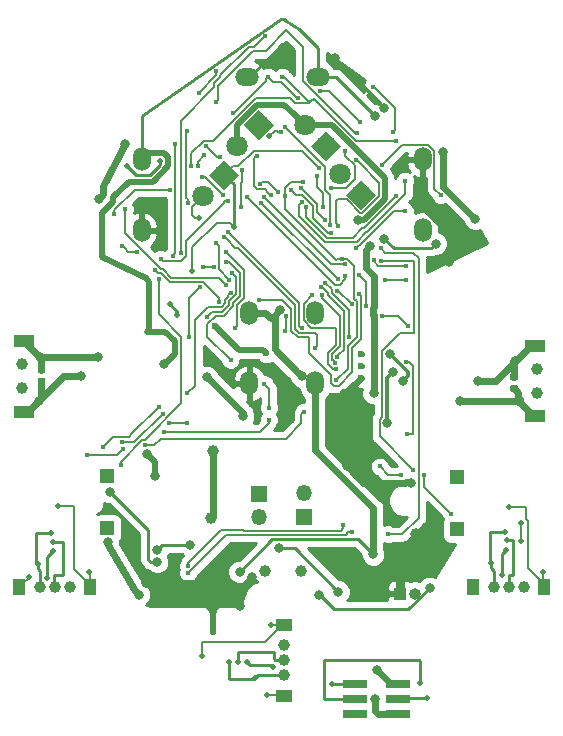
<source format=gbl>
G04 #@! TF.GenerationSoftware,KiCad,Pcbnew,(5.0.1-3-g963ef8bb5)*
G04 #@! TF.CreationDate,2019-10-10T01:43:39+09:00*
G04 #@! TF.ProjectId,mouse_v2,6D6F7573655F76322E6B696361645F70,rev?*
G04 #@! TF.SameCoordinates,Original*
G04 #@! TF.FileFunction,Copper,L2,Bot,Signal*
G04 #@! TF.FilePolarity,Positive*
%FSLAX46Y46*%
G04 Gerber Fmt 4.6, Leading zero omitted, Abs format (unit mm)*
G04 Created by KiCad (PCBNEW (5.0.1-3-g963ef8bb5)) date 2019年10月10日 木曜日 01:43:39*
%MOMM*%
%LPD*%
G01*
G04 APERTURE LIST*
G04 #@! TA.AperFunction,ComponentPad*
%ADD10C,0.600000*%
G04 #@! TD*
G04 #@! TA.AperFunction,WasherPad*
%ADD11C,1.000000*%
G04 #@! TD*
G04 #@! TA.AperFunction,ComponentPad*
%ADD12R,1.200000X1.200000*%
G04 #@! TD*
G04 #@! TA.AperFunction,Conductor*
%ADD13C,0.100000*%
G04 #@! TD*
G04 #@! TA.AperFunction,SMDPad,CuDef*
%ADD14C,0.590000*%
G04 #@! TD*
G04 #@! TA.AperFunction,ComponentPad*
%ADD15C,1.800000*%
G04 #@! TD*
G04 #@! TA.AperFunction,SMDPad,CuDef*
%ADD16R,1.000000X1.400000*%
G04 #@! TD*
G04 #@! TA.AperFunction,ComponentPad*
%ADD17C,1.000000*%
G04 #@! TD*
G04 #@! TA.AperFunction,SMDPad,CuDef*
%ADD18R,1.400000X1.000000*%
G04 #@! TD*
G04 #@! TA.AperFunction,ComponentPad*
%ADD19R,1.350000X1.350000*%
G04 #@! TD*
G04 #@! TA.AperFunction,ComponentPad*
%ADD20O,1.350000X1.350000*%
G04 #@! TD*
G04 #@! TA.AperFunction,ComponentPad*
%ADD21R,1.000000X1.000000*%
G04 #@! TD*
G04 #@! TA.AperFunction,ComponentPad*
%ADD22O,1.000000X1.000000*%
G04 #@! TD*
G04 #@! TA.AperFunction,SMDPad,CuDef*
%ADD23R,2.100000X0.750000*%
G04 #@! TD*
G04 #@! TA.AperFunction,ComponentPad*
%ADD24O,1.500000X2.000000*%
G04 #@! TD*
G04 #@! TA.AperFunction,ComponentPad*
%ADD25O,2.000000X1.500000*%
G04 #@! TD*
G04 #@! TA.AperFunction,SMDPad,CuDef*
%ADD26R,1.700000X1.000000*%
G04 #@! TD*
G04 #@! TA.AperFunction,ViaPad*
%ADD27C,0.800000*%
G04 #@! TD*
G04 #@! TA.AperFunction,ViaPad*
%ADD28C,1.000000*%
G04 #@! TD*
G04 #@! TA.AperFunction,ViaPad*
%ADD29C,0.500000*%
G04 #@! TD*
G04 #@! TA.AperFunction,ViaPad*
%ADD30C,0.400000*%
G04 #@! TD*
G04 #@! TA.AperFunction,ViaPad*
%ADD31C,0.600000*%
G04 #@! TD*
G04 #@! TA.AperFunction,Conductor*
%ADD32C,0.600000*%
G04 #@! TD*
G04 #@! TA.AperFunction,Conductor*
%ADD33C,0.800000*%
G04 #@! TD*
G04 #@! TA.AperFunction,Conductor*
%ADD34C,0.250000*%
G04 #@! TD*
G04 #@! TA.AperFunction,Conductor*
%ADD35C,0.500000*%
G04 #@! TD*
G04 #@! TA.AperFunction,Conductor*
%ADD36C,0.200000*%
G04 #@! TD*
G04 #@! TA.AperFunction,Conductor*
%ADD37C,0.300000*%
G04 #@! TD*
G04 #@! TA.AperFunction,Conductor*
%ADD38C,0.254000*%
G04 #@! TD*
G04 APERTURE END LIST*
D10*
G04 #@! TO.P,U7,13*
G04 #@! TO.N,GND*
X157970000Y-111110000D03*
X157970000Y-112110000D03*
X157970000Y-110110000D03*
G04 #@! TD*
D11*
G04 #@! TO.P,,*
G04 #@! TO.N,*
X152840000Y-128440000D03*
X149840000Y-128440000D03*
G04 #@! TD*
D12*
G04 #@! TO.P,,*
G04 #@! TO.N,*
X166060000Y-124899999D03*
X166059999Y-120499999D03*
G04 #@! TD*
D13*
G04 #@! TO.N,/encoder1/t_GND*
G04 #@! TO.C,C9*
G36*
X131066958Y-112120710D02*
X131081276Y-112122834D01*
X131095317Y-112126351D01*
X131108946Y-112131228D01*
X131122031Y-112137417D01*
X131134447Y-112144858D01*
X131146073Y-112153481D01*
X131156798Y-112163202D01*
X131166519Y-112173927D01*
X131175142Y-112185553D01*
X131182583Y-112197969D01*
X131188772Y-112211054D01*
X131193649Y-112224683D01*
X131197166Y-112238724D01*
X131199290Y-112253042D01*
X131200000Y-112267500D01*
X131200000Y-112562500D01*
X131199290Y-112576958D01*
X131197166Y-112591276D01*
X131193649Y-112605317D01*
X131188772Y-112618946D01*
X131182583Y-112632031D01*
X131175142Y-112644447D01*
X131166519Y-112656073D01*
X131156798Y-112666798D01*
X131146073Y-112676519D01*
X131134447Y-112685142D01*
X131122031Y-112692583D01*
X131108946Y-112698772D01*
X131095317Y-112703649D01*
X131081276Y-112707166D01*
X131066958Y-112709290D01*
X131052500Y-112710000D01*
X130707500Y-112710000D01*
X130693042Y-112709290D01*
X130678724Y-112707166D01*
X130664683Y-112703649D01*
X130651054Y-112698772D01*
X130637969Y-112692583D01*
X130625553Y-112685142D01*
X130613927Y-112676519D01*
X130603202Y-112666798D01*
X130593481Y-112656073D01*
X130584858Y-112644447D01*
X130577417Y-112632031D01*
X130571228Y-112618946D01*
X130566351Y-112605317D01*
X130562834Y-112591276D01*
X130560710Y-112576958D01*
X130560000Y-112562500D01*
X130560000Y-112267500D01*
X130560710Y-112253042D01*
X130562834Y-112238724D01*
X130566351Y-112224683D01*
X130571228Y-112211054D01*
X130577417Y-112197969D01*
X130584858Y-112185553D01*
X130593481Y-112173927D01*
X130603202Y-112163202D01*
X130613927Y-112153481D01*
X130625553Y-112144858D01*
X130637969Y-112137417D01*
X130651054Y-112131228D01*
X130664683Y-112126351D01*
X130678724Y-112122834D01*
X130693042Y-112120710D01*
X130707500Y-112120000D01*
X131052500Y-112120000D01*
X131066958Y-112120710D01*
X131066958Y-112120710D01*
G37*
D14*
G04 #@! TD*
G04 #@! TO.P,C9,2*
G04 #@! TO.N,/encoder1/t_GND*
X130880000Y-112415000D03*
D13*
G04 #@! TO.N,/encoder1/3V3*
G04 #@! TO.C,C9*
G36*
X131066958Y-111150710D02*
X131081276Y-111152834D01*
X131095317Y-111156351D01*
X131108946Y-111161228D01*
X131122031Y-111167417D01*
X131134447Y-111174858D01*
X131146073Y-111183481D01*
X131156798Y-111193202D01*
X131166519Y-111203927D01*
X131175142Y-111215553D01*
X131182583Y-111227969D01*
X131188772Y-111241054D01*
X131193649Y-111254683D01*
X131197166Y-111268724D01*
X131199290Y-111283042D01*
X131200000Y-111297500D01*
X131200000Y-111592500D01*
X131199290Y-111606958D01*
X131197166Y-111621276D01*
X131193649Y-111635317D01*
X131188772Y-111648946D01*
X131182583Y-111662031D01*
X131175142Y-111674447D01*
X131166519Y-111686073D01*
X131156798Y-111696798D01*
X131146073Y-111706519D01*
X131134447Y-111715142D01*
X131122031Y-111722583D01*
X131108946Y-111728772D01*
X131095317Y-111733649D01*
X131081276Y-111737166D01*
X131066958Y-111739290D01*
X131052500Y-111740000D01*
X130707500Y-111740000D01*
X130693042Y-111739290D01*
X130678724Y-111737166D01*
X130664683Y-111733649D01*
X130651054Y-111728772D01*
X130637969Y-111722583D01*
X130625553Y-111715142D01*
X130613927Y-111706519D01*
X130603202Y-111696798D01*
X130593481Y-111686073D01*
X130584858Y-111674447D01*
X130577417Y-111662031D01*
X130571228Y-111648946D01*
X130566351Y-111635317D01*
X130562834Y-111621276D01*
X130560710Y-111606958D01*
X130560000Y-111592500D01*
X130560000Y-111297500D01*
X130560710Y-111283042D01*
X130562834Y-111268724D01*
X130566351Y-111254683D01*
X130571228Y-111241054D01*
X130577417Y-111227969D01*
X130584858Y-111215553D01*
X130593481Y-111203927D01*
X130603202Y-111193202D01*
X130613927Y-111183481D01*
X130625553Y-111174858D01*
X130637969Y-111167417D01*
X130651054Y-111161228D01*
X130664683Y-111156351D01*
X130678724Y-111152834D01*
X130693042Y-111150710D01*
X130707500Y-111150000D01*
X131052500Y-111150000D01*
X131066958Y-111150710D01*
X131066958Y-111150710D01*
G37*
D14*
G04 #@! TD*
G04 #@! TO.P,C9,1*
G04 #@! TO.N,/encoder1/3V3*
X130880000Y-111445000D03*
D15*
G04 #@! TO.P,D1,2*
G04 #@! TO.N,Net-(C15-Pad2)*
X144573949Y-96706051D03*
G04 #@! TO.P,D1,1*
G04 #@! TO.N,3.3VA*
X146370000Y-94910000D03*
D13*
G04 #@! TD*
G04 #@! TO.N,3.3VA*
G04 #@! TO.C,D1*
G36*
X146370000Y-93637208D02*
X147642792Y-94910000D01*
X146370000Y-96182792D01*
X145097208Y-94910000D01*
X146370000Y-93637208D01*
X146370000Y-93637208D01*
G37*
D15*
G04 #@! TO.P,D2,1*
G04 #@! TO.N,Net-(D2-Pad1)*
X149270000Y-90710000D03*
D13*
G04 #@! TD*
G04 #@! TO.N,Net-(D2-Pad1)*
G04 #@! TO.C,D2*
G36*
X149270000Y-89437208D02*
X150542792Y-90710000D01*
X149270000Y-91982792D01*
X147997208Y-90710000D01*
X149270000Y-89437208D01*
X149270000Y-89437208D01*
G37*
D15*
G04 #@! TO.P,D2,2*
G04 #@! TO.N,BATT*
X147473949Y-92506051D03*
G04 #@! TD*
G04 #@! TO.P,D4,1*
G04 #@! TO.N,3.3VA*
X157970000Y-96610000D03*
D13*
G04 #@! TD*
G04 #@! TO.N,3.3VA*
G04 #@! TO.C,D4*
G36*
X159242792Y-96610000D02*
X157970000Y-97882792D01*
X156697208Y-96610000D01*
X157970000Y-95337208D01*
X159242792Y-96610000D01*
X159242792Y-96610000D01*
G37*
D15*
G04 #@! TO.P,D4,2*
G04 #@! TO.N,Net-(C26-Pad2)*
X156173949Y-94813949D03*
G04 #@! TD*
G04 #@! TO.P,D5,2*
G04 #@! TO.N,BATT*
X153173949Y-90713949D03*
G04 #@! TO.P,D5,1*
G04 #@! TO.N,Net-(D5-Pad1)*
X154970000Y-92510000D03*
D13*
G04 #@! TD*
G04 #@! TO.N,Net-(D5-Pad1)*
G04 #@! TO.C,D5*
G36*
X156242792Y-92510000D02*
X154970000Y-93782792D01*
X153697208Y-92510000D01*
X154970000Y-91237208D01*
X156242792Y-92510000D01*
X156242792Y-92510000D01*
G37*
D16*
G04 #@! TO.P,,5*
G04 #@! TO.N,/ToF1/t_GND*
X173470000Y-129810000D03*
G04 #@! TO.P,,1*
G04 #@! TO.N,/ToF1/2V8*
X167470000Y-129810000D03*
D17*
G04 #@! TO.P,,3*
G04 #@! TO.N,Net-(J3-Pad3)*
X170470000Y-129810000D03*
G04 #@! TO.P,,4*
G04 #@! TO.N,Net-(J3-Pad4)*
X171720000Y-129810000D03*
G04 #@! TO.P,,2*
G04 #@! TO.N,Net-(J3-Pad2)*
X169220000Y-129810000D03*
G04 #@! TD*
G04 #@! TO.P,,2*
G04 #@! TO.N,Net-(J5-Pad2)*
X151420000Y-137260000D03*
G04 #@! TO.P,,4*
G04 #@! TO.N,Net-(J5-Pad4)*
X151420000Y-134760000D03*
G04 #@! TO.P,,3*
G04 #@! TO.N,Net-(J5-Pad3)*
X151420000Y-136010000D03*
D18*
G04 #@! TO.P,,1*
G04 #@! TO.N,/ToF2/2V8*
X151420000Y-139010000D03*
G04 #@! TO.P,,5*
G04 #@! TO.N,/ToF2/t_GND*
X151420000Y-133010000D03*
G04 #@! TD*
D16*
G04 #@! TO.P,,5*
G04 #@! TO.N,/ToF3/t_GND*
X135020000Y-129860000D03*
G04 #@! TO.P,,1*
G04 #@! TO.N,/ToF3/2V8*
X129020000Y-129860000D03*
D17*
G04 #@! TO.P,,3*
G04 #@! TO.N,Net-(J7-Pad3)*
X132020000Y-129860000D03*
G04 #@! TO.P,,4*
G04 #@! TO.N,Net-(J7-Pad4)*
X133270000Y-129860000D03*
G04 #@! TO.P,,2*
G04 #@! TO.N,Net-(J7-Pad2)*
X130770000Y-129860000D03*
G04 #@! TD*
D19*
G04 #@! TO.P,,1*
G04 #@! TO.N,Net-(J12-Pad1)*
X149300000Y-121908000D03*
D20*
G04 #@! TO.P,,2*
G04 #@! TO.N,Net-(J12-Pad2)*
X149300000Y-123908000D03*
G04 #@! TD*
G04 #@! TO.P,,2*
G04 #@! TO.N,Net-(J13-Pad2)*
X153110000Y-121876000D03*
D19*
G04 #@! TO.P,,1*
G04 #@! TO.N,Net-(J13-Pad1)*
X153110000Y-123876000D03*
G04 #@! TD*
D21*
G04 #@! TO.P,,1*
G04 #@! TO.N,GND*
X161270000Y-130390000D03*
D22*
G04 #@! TO.P,,2*
G04 #@! TO.N,Net-(J14-Pad2)*
X162540000Y-130390000D03*
G04 #@! TD*
D23*
G04 #@! TO.P,,1*
G04 #@! TO.N,/converter/NRST*
X157470000Y-138040000D03*
G04 #@! TO.P,,2*
G04 #@! TO.N,/converter/3.3V*
X161070000Y-138040000D03*
G04 #@! TO.P,,3*
G04 #@! TO.N,/converter/SWCLK*
X157470000Y-139310000D03*
G04 #@! TO.P,,4*
G04 #@! TO.N,/converter/SWDIO*
X161070000Y-139310000D03*
G04 #@! TO.P,,5*
G04 #@! TO.N,Net-(J15-Pad5)*
X157470000Y-140580000D03*
G04 #@! TO.P,,6*
G04 #@! TO.N,/converter/t_GND*
X161070000Y-140580000D03*
G04 #@! TD*
D12*
G04 #@! TO.P,,*
G04 #@! TO.N,*
X136480001Y-120439999D03*
X136480000Y-124839999D03*
G04 #@! TD*
D24*
G04 #@! TO.P,,1*
G04 #@! TO.N,2.8V*
X139370000Y-93610000D03*
G04 #@! TO.P,,5*
G04 #@! TO.N,GND*
X139370000Y-99610000D03*
G04 #@! TD*
G04 #@! TO.P,,5*
G04 #@! TO.N,GND*
X163170000Y-93610000D03*
G04 #@! TO.P,,1*
G04 #@! TO.N,2.8V*
X163170000Y-99610000D03*
G04 #@! TD*
D25*
G04 #@! TO.P,,1*
G04 #@! TO.N,2.8V*
X154270000Y-86610000D03*
G04 #@! TO.P,,5*
G04 #@! TO.N,GND*
X148270000Y-86610000D03*
G04 #@! TD*
D24*
G04 #@! TO.P,,4*
G04 #@! TO.N,GND*
X154070000Y-106590000D03*
G04 #@! TO.P,,1*
G04 #@! TO.N,3.3V*
X154070000Y-112590000D03*
G04 #@! TD*
G04 #@! TO.P,,1*
G04 #@! TO.N,3.3V*
X148470000Y-106590000D03*
G04 #@! TO.P,,4*
G04 #@! TO.N,GND*
X148470000Y-112590000D03*
G04 #@! TD*
D17*
G04 #@! TO.P,,3*
G04 #@! TO.N,Net-(J9-Pad3)*
X129240000Y-112980000D03*
G04 #@! TO.P,,2*
G04 #@! TO.N,Net-(J9-Pad2)*
X129240000Y-110980000D03*
D26*
G04 #@! TO.P,,4*
G04 #@! TO.N,/encoder1/t_GND*
X129390000Y-114980000D03*
G04 #@! TO.P,,1*
G04 #@! TO.N,/encoder1/3V3*
X129390000Y-108980000D03*
G04 #@! TD*
G04 #@! TO.P,,1*
G04 #@! TO.N,/encoder2/3V3*
X172670000Y-115380000D03*
G04 #@! TO.P,,4*
G04 #@! TO.N,/encoder2/t_GND*
X172670000Y-109380000D03*
D17*
G04 #@! TO.P,,2*
G04 #@! TO.N,Net-(J11-Pad2)*
X172820000Y-113380000D03*
G04 #@! TO.P,,3*
G04 #@! TO.N,Net-(J11-Pad3)*
X172820000Y-111380000D03*
G04 #@! TD*
D13*
G04 #@! TO.N,/encoder2/3V3*
G04 #@! TO.C,C10*
G36*
X171076958Y-112720710D02*
X171091276Y-112722834D01*
X171105317Y-112726351D01*
X171118946Y-112731228D01*
X171132031Y-112737417D01*
X171144447Y-112744858D01*
X171156073Y-112753481D01*
X171166798Y-112763202D01*
X171176519Y-112773927D01*
X171185142Y-112785553D01*
X171192583Y-112797969D01*
X171198772Y-112811054D01*
X171203649Y-112824683D01*
X171207166Y-112838724D01*
X171209290Y-112853042D01*
X171210000Y-112867500D01*
X171210000Y-113162500D01*
X171209290Y-113176958D01*
X171207166Y-113191276D01*
X171203649Y-113205317D01*
X171198772Y-113218946D01*
X171192583Y-113232031D01*
X171185142Y-113244447D01*
X171176519Y-113256073D01*
X171166798Y-113266798D01*
X171156073Y-113276519D01*
X171144447Y-113285142D01*
X171132031Y-113292583D01*
X171118946Y-113298772D01*
X171105317Y-113303649D01*
X171091276Y-113307166D01*
X171076958Y-113309290D01*
X171062500Y-113310000D01*
X170717500Y-113310000D01*
X170703042Y-113309290D01*
X170688724Y-113307166D01*
X170674683Y-113303649D01*
X170661054Y-113298772D01*
X170647969Y-113292583D01*
X170635553Y-113285142D01*
X170623927Y-113276519D01*
X170613202Y-113266798D01*
X170603481Y-113256073D01*
X170594858Y-113244447D01*
X170587417Y-113232031D01*
X170581228Y-113218946D01*
X170576351Y-113205317D01*
X170572834Y-113191276D01*
X170570710Y-113176958D01*
X170570000Y-113162500D01*
X170570000Y-112867500D01*
X170570710Y-112853042D01*
X170572834Y-112838724D01*
X170576351Y-112824683D01*
X170581228Y-112811054D01*
X170587417Y-112797969D01*
X170594858Y-112785553D01*
X170603481Y-112773927D01*
X170613202Y-112763202D01*
X170623927Y-112753481D01*
X170635553Y-112744858D01*
X170647969Y-112737417D01*
X170661054Y-112731228D01*
X170674683Y-112726351D01*
X170688724Y-112722834D01*
X170703042Y-112720710D01*
X170717500Y-112720000D01*
X171062500Y-112720000D01*
X171076958Y-112720710D01*
X171076958Y-112720710D01*
G37*
D14*
G04 #@! TD*
G04 #@! TO.P,C10,1*
G04 #@! TO.N,/encoder2/3V3*
X170890000Y-113015000D03*
D13*
G04 #@! TO.N,/encoder2/t_GND*
G04 #@! TO.C,C10*
G36*
X171076958Y-111750710D02*
X171091276Y-111752834D01*
X171105317Y-111756351D01*
X171118946Y-111761228D01*
X171132031Y-111767417D01*
X171144447Y-111774858D01*
X171156073Y-111783481D01*
X171166798Y-111793202D01*
X171176519Y-111803927D01*
X171185142Y-111815553D01*
X171192583Y-111827969D01*
X171198772Y-111841054D01*
X171203649Y-111854683D01*
X171207166Y-111868724D01*
X171209290Y-111883042D01*
X171210000Y-111897500D01*
X171210000Y-112192500D01*
X171209290Y-112206958D01*
X171207166Y-112221276D01*
X171203649Y-112235317D01*
X171198772Y-112248946D01*
X171192583Y-112262031D01*
X171185142Y-112274447D01*
X171176519Y-112286073D01*
X171166798Y-112296798D01*
X171156073Y-112306519D01*
X171144447Y-112315142D01*
X171132031Y-112322583D01*
X171118946Y-112328772D01*
X171105317Y-112333649D01*
X171091276Y-112337166D01*
X171076958Y-112339290D01*
X171062500Y-112340000D01*
X170717500Y-112340000D01*
X170703042Y-112339290D01*
X170688724Y-112337166D01*
X170674683Y-112333649D01*
X170661054Y-112328772D01*
X170647969Y-112322583D01*
X170635553Y-112315142D01*
X170623927Y-112306519D01*
X170613202Y-112296798D01*
X170603481Y-112286073D01*
X170594858Y-112274447D01*
X170587417Y-112262031D01*
X170581228Y-112248946D01*
X170576351Y-112235317D01*
X170572834Y-112221276D01*
X170570710Y-112206958D01*
X170570000Y-112192500D01*
X170570000Y-111897500D01*
X170570710Y-111883042D01*
X170572834Y-111868724D01*
X170576351Y-111854683D01*
X170581228Y-111841054D01*
X170587417Y-111827969D01*
X170594858Y-111815553D01*
X170603481Y-111803927D01*
X170613202Y-111793202D01*
X170623927Y-111783481D01*
X170635553Y-111774858D01*
X170647969Y-111767417D01*
X170661054Y-111761228D01*
X170674683Y-111756351D01*
X170688724Y-111752834D01*
X170703042Y-111750710D01*
X170717500Y-111750000D01*
X171062500Y-111750000D01*
X171076958Y-111750710D01*
X171076958Y-111750710D01*
G37*
D14*
G04 #@! TD*
G04 #@! TO.P,C10,2*
G04 #@! TO.N,/encoder2/t_GND*
X170890000Y-112045000D03*
D27*
G04 #@! TO.N,GND*
X147670000Y-131435000D03*
X148757700Y-128945787D03*
D28*
X162570000Y-125310000D03*
D27*
X139770000Y-129460000D03*
X156770000Y-119610000D03*
X165365045Y-102299769D03*
X159920131Y-89279869D03*
X155729034Y-85065666D03*
D29*
X151654513Y-83860001D03*
D27*
X157110000Y-114910000D03*
D30*
X155139102Y-114200538D03*
D27*
X162200000Y-120980010D03*
G04 #@! TO.N,/MCU/NRST*
X140698923Y-127709584D03*
X136670000Y-121760000D03*
D30*
X141010000Y-102040000D03*
X140810000Y-103720000D03*
X137590000Y-119490000D03*
X146680000Y-97120000D03*
D27*
G04 #@! TO.N,2.8V*
X139170000Y-130460000D03*
X136497784Y-126040000D03*
X159120000Y-89910000D03*
X140470000Y-120420000D03*
X139830000Y-118570000D03*
X141290000Y-110908269D03*
G04 #@! TO.N,3.3V*
X158983044Y-127061521D03*
X147670000Y-128539998D03*
X147970000Y-115360000D03*
X144920000Y-112060000D03*
D30*
X149110763Y-93315828D03*
X150289400Y-96625010D03*
X153030359Y-95516106D03*
X151490000Y-96750000D03*
X156302463Y-102040658D03*
X155860000Y-112320000D03*
D27*
X151077191Y-106376975D03*
X152914898Y-112000214D03*
D29*
G04 #@! TO.N,Net-(C12-Pad1)*
X150160479Y-91643858D03*
D30*
X151210000Y-91301730D03*
D29*
G04 #@! TO.N,Net-(C15-Pad2)*
X144216295Y-98574662D03*
D30*
G04 #@! TO.N,/MCU/IR_ADC1*
X145478499Y-102760017D03*
X144598488Y-102750857D03*
D28*
G04 #@! TO.N,BATT*
X145457488Y-118320623D03*
X145220000Y-123960000D03*
D27*
X159020002Y-113410000D03*
D29*
X140940000Y-93740000D03*
X138110000Y-94170000D03*
D27*
X158743521Y-100911591D03*
X157685758Y-98735544D03*
G04 #@! TO.N,Net-(C20-Pad2)*
X140670000Y-126710000D03*
X143470000Y-126260000D03*
D29*
G04 #@! TO.N,3.3VA*
X147190405Y-99339595D03*
D31*
X149941160Y-110049586D03*
X145572439Y-107712439D03*
D30*
X154419002Y-94380998D03*
D29*
X143658197Y-103050010D03*
G04 #@! TO.N,1.65V_REF*
X141750010Y-105904955D03*
X142406534Y-106834498D03*
D30*
G04 #@! TO.N,Net-(C26-Pad1)*
X142010000Y-101760000D03*
X142190000Y-92290000D03*
X145640000Y-88770000D03*
X155990000Y-99230000D03*
X157546135Y-93643865D03*
X157576135Y-91416135D03*
G04 #@! TO.N,/MCU/IR_ADC2*
X144890000Y-106980000D03*
X147037374Y-103204611D03*
G04 #@! TO.N,/MCU/BUTTON*
X155900000Y-104730000D03*
X157150000Y-105870000D03*
X159710000Y-106840000D03*
X161920000Y-107710000D03*
X161770000Y-110760000D03*
X161830000Y-116860000D03*
X165610000Y-123630000D03*
X163310000Y-120340000D03*
X161350000Y-120340000D03*
X159520000Y-119610000D03*
D27*
G04 #@! TO.N,Net-(D2-Pad1)*
X135729114Y-96953298D03*
X137977191Y-92311599D03*
G04 #@! TO.N,Net-(D5-Pad1)*
X164888373Y-92975318D03*
X167620000Y-98660000D03*
D30*
G04 #@! TO.N,Net-(D6-Pad2)*
X150140000Y-115670000D03*
X141290000Y-116670000D03*
X141150000Y-115160000D03*
X137680000Y-117560000D03*
G04 #@! TO.N,Net-(D7-Pad2)*
X143190000Y-115940000D03*
X141720000Y-115960000D03*
X140830000Y-114560000D03*
X136080000Y-118000000D03*
G04 #@! TO.N,Net-(D8-Pad2)*
X137760000Y-118150000D03*
X134730000Y-118630000D03*
G04 #@! TO.N,/MCU/SWCLK*
X159599061Y-101096903D03*
X160260000Y-125350000D03*
X157150759Y-125174239D03*
X143310000Y-128670000D03*
G04 #@! TO.N,/MCU/SWDIO*
X159610002Y-102180000D03*
X156416456Y-124576554D03*
X143330000Y-128020000D03*
X162350000Y-119899990D03*
G04 #@! TO.N,/MCU/TOF1_EN*
X147790000Y-97660000D03*
X147890000Y-94550000D03*
X145980000Y-93390000D03*
X144830000Y-92460000D03*
G04 #@! TO.N,/MCU/TOF_SDA*
X160665000Y-91330000D03*
X158940000Y-87480000D03*
X152937034Y-97249288D03*
X161670000Y-95410000D03*
X147146965Y-89693432D03*
X150090011Y-86625390D03*
X152598441Y-88441559D03*
X144684799Y-93275000D03*
X144160000Y-94205000D03*
G04 #@! TO.N,/MCU/TOF_SCL*
X151270000Y-86610000D03*
X160890000Y-92040000D03*
X153318873Y-97631127D03*
X160910000Y-96688663D03*
X143580010Y-94214431D03*
D29*
G04 #@! TO.N,Net-(J3-Pad3)*
X170334084Y-125886327D03*
G04 #@! TO.N,Net-(J3-Pad4)*
X170210000Y-126650000D03*
X169870000Y-128840000D03*
G04 #@! TO.N,Net-(J3-Pad2)*
X170180000Y-125160000D03*
X168950000Y-127760000D03*
D30*
G04 #@! TO.N,/MCU/TOF2_EN*
X157560000Y-101090000D03*
X161670000Y-98000000D03*
D29*
G04 #@! TO.N,Net-(J5-Pad2)*
X146780000Y-136210000D03*
X148960000Y-137540000D03*
G04 #@! TO.N,Net-(J5-Pad4)*
X148270000Y-136210000D03*
X150506086Y-136604644D03*
G04 #@! TO.N,Net-(J5-Pad3)*
X147535895Y-136153532D03*
D30*
G04 #@! TO.N,/MCU/TOF3_EN*
X154719979Y-97689294D03*
X154230000Y-95050000D03*
X155380000Y-96010000D03*
X156630000Y-92940000D03*
X157890000Y-90480000D03*
X154510000Y-87850000D03*
D29*
G04 #@! TO.N,Net-(J7-Pad3)*
X131870549Y-126035397D03*
G04 #@! TO.N,Net-(J7-Pad4)*
X131869999Y-126776000D03*
X131391000Y-129065148D03*
G04 #@! TO.N,Net-(J7-Pad2)*
X130585000Y-127860000D03*
X131712000Y-125252000D03*
D30*
G04 #@! TO.N,/MCU/ENC1_B*
X152940000Y-107910000D03*
X146727643Y-99779595D03*
G04 #@! TO.N,/MCU/ENC1_A*
X154020000Y-109620000D03*
X146381226Y-100200252D03*
G04 #@! TO.N,/MCU/ENC2_A*
X146520000Y-101430000D03*
X147270000Y-107890000D03*
G04 #@! TO.N,/MCU/ENC2_B*
X146910000Y-110610000D03*
X146492030Y-102299760D03*
D27*
G04 #@! TO.N,Net-(J12-Pad2)*
X160155774Y-115960000D03*
X160699145Y-111610000D03*
G04 #@! TO.N,Net-(J13-Pad2)*
X160386192Y-110110000D03*
X161520000Y-112360000D03*
G04 #@! TO.N,Net-(J14-Pad2)*
X163750660Y-129889678D03*
X154433217Y-130537309D03*
D29*
G04 #@! TO.N,/converter/NRST*
X155490000Y-138000000D03*
G04 #@! TO.N,/converter/SWCLK*
X162955000Y-137990000D03*
G04 #@! TO.N,/converter/SWDIO*
X163530000Y-139250000D03*
D30*
G04 #@! TO.N,Net-(LS1-Pad2)*
X149850000Y-83180000D03*
X142710000Y-101550000D03*
X144340000Y-104450000D03*
X143410000Y-108660020D03*
G04 #@! TO.N,Net-(Q1-Pad2)*
X157810001Y-103440000D03*
X156620000Y-103450000D03*
X137063873Y-98206127D03*
X148328798Y-96800000D03*
X144490000Y-95076040D03*
X146290000Y-96620000D03*
X141769989Y-96171745D03*
X158370023Y-106029990D03*
G04 #@! TO.N,Net-(Q1-Pad1)*
X137728434Y-100959499D03*
X138970749Y-101483104D03*
D27*
G04 #@! TO.N,Net-(Q2-Pad1)*
X156024626Y-130212356D03*
X150970000Y-126510000D03*
G04 #@! TO.N,Net-(Q3-Pad2)*
X164280403Y-100745708D03*
X159920000Y-100360000D03*
D30*
G04 #@! TO.N,/MCU/BATT_MONITOR*
X137960000Y-97830000D03*
X146557024Y-104289140D03*
G04 #@! TO.N,/MCU/IR_LED1*
X161780000Y-102620000D03*
X159010324Y-102157424D03*
X156580000Y-102503881D03*
X149767662Y-96842996D03*
G04 #@! TO.N,Net-(R10-Pad2)*
X161740000Y-103830000D03*
X159950000Y-103810000D03*
G04 #@! TO.N,Net-(R13-Pad2)*
X149275553Y-105508201D03*
X157810001Y-105050000D03*
X140478823Y-102991177D03*
X145894352Y-105669990D03*
G04 #@! TO.N,/MCU/IR_LED2*
X155960000Y-103780000D03*
X149480000Y-97300000D03*
G04 #@! TO.N,Net-(R25-Pad2)*
X159735000Y-94056864D03*
X164710000Y-96670000D03*
G04 #@! TO.N,/MCU/LED1*
X151619947Y-106880000D03*
X151520000Y-108190000D03*
X149760000Y-112630000D03*
X150150000Y-114670000D03*
G04 #@! TO.N,/MCU/LED2*
X146922975Y-104902974D03*
X143250000Y-113430000D03*
G04 #@! TO.N,/MCU/LED3*
X153100000Y-114990000D03*
X139660000Y-117840000D03*
G04 #@! TO.N,/MCU/SPEAKER*
X145630000Y-100680000D03*
X143280000Y-97280000D03*
X143210000Y-91210000D03*
X144210000Y-88000000D03*
X145710000Y-86100000D03*
X146797201Y-103805480D03*
G04 #@! TO.N,/MCU/MOTOR11*
X153820000Y-105100000D03*
X155870000Y-111380000D03*
G04 #@! TO.N,/MCU/MOTOR12*
X154654172Y-105077628D03*
X155750011Y-110844284D03*
G04 #@! TO.N,/MCU/MOTOR21*
X154549552Y-104462900D03*
X155913313Y-110329556D03*
G04 #@! TO.N,/MCU/MOTOR22*
X154920000Y-104070000D03*
X156930000Y-108690000D03*
G04 #@! TO.N,/MCU/IMU_NSS*
X150930000Y-96410000D03*
X149360000Y-95710000D03*
G04 #@! TO.N,/MCU/IMU_SCK*
X155400000Y-99810000D03*
X151990000Y-96170000D03*
G04 #@! TO.N,/MCU/IMU_MISO*
X151519440Y-90859182D03*
X155350000Y-99180000D03*
G04 #@! TO.N,/MCU/IMU_MOSI*
X152872526Y-96032527D03*
X154910000Y-98773631D03*
D29*
G04 #@! TO.N,/ToF1/2V8*
X171470000Y-124410000D03*
X171470000Y-125910000D03*
D30*
X167470000Y-129810000D03*
D29*
G04 #@! TO.N,/ToF2/2V8*
X150000000Y-138960000D03*
G04 #@! TO.N,/ToF3/2V8*
X129880000Y-129000000D03*
G04 #@! TO.N,/ToF1/t_GND*
X170480000Y-123010000D03*
X173360000Y-128540000D03*
G04 #@! TO.N,/ToF2/t_GND*
X144510000Y-135700000D03*
X150340000Y-133060000D03*
G04 #@! TO.N,/ToF3/t_GND*
X132320000Y-122960000D03*
X134950000Y-128560000D03*
D27*
G04 #@! TO.N,/encoder1/t_GND*
X134235000Y-111990000D03*
X130680000Y-114045000D03*
G04 #@! TO.N,/encoder1/3V3*
X135680000Y-110370000D03*
X130760000Y-110370000D03*
G04 #@! TO.N,/encoder2/3V3*
X166310000Y-114050000D03*
X171266311Y-114050000D03*
G04 #@! TO.N,/encoder2/t_GND*
X167840000Y-112380000D03*
X171010000Y-110700000D03*
G04 #@! TO.N,/converter/3.3V*
X159270000Y-136850000D03*
G04 #@! TO.N,/converter/t_GND*
X159120000Y-139310000D03*
G04 #@! TD*
D32*
G04 #@! TO.N,GND*
X146495000Y-130260000D02*
X147670000Y-131435000D01*
X147443487Y-130260000D02*
X148757700Y-128945787D01*
X146495000Y-130260000D02*
X147443487Y-130260000D01*
D33*
X161270000Y-129090000D02*
X162570000Y-127790000D01*
X161270000Y-130390000D02*
X161270000Y-129090000D01*
X162570000Y-127790000D02*
X162570000Y-125310000D01*
D32*
X140335685Y-129460000D02*
X140385685Y-129510000D01*
X139770000Y-129460000D02*
X140335685Y-129460000D01*
X145745000Y-129510000D02*
X146495000Y-130260000D01*
X140385685Y-129510000D02*
X145745000Y-129510000D01*
X156770000Y-113310000D02*
X157970000Y-112110000D01*
X156770000Y-113310000D02*
X156420000Y-113310000D01*
D34*
X165365045Y-100034752D02*
X165365045Y-102299769D01*
X163170000Y-97839707D02*
X165365045Y-100034752D01*
X163170000Y-93610000D02*
X163170000Y-97839707D01*
X159520132Y-88879870D02*
X159520132Y-88830132D01*
X159920131Y-89279869D02*
X159520132Y-88879870D01*
X155755666Y-85065666D02*
X155729034Y-85065666D01*
X159520132Y-88830132D02*
X155755666Y-85065666D01*
X148520000Y-86610000D02*
X151269999Y-83860001D01*
X151269999Y-83860001D02*
X151654513Y-83860001D01*
X148270000Y-86610000D02*
X148520000Y-86610000D01*
D32*
X156770000Y-115060000D02*
X156770000Y-113310000D01*
X156770000Y-119610000D02*
X156770000Y-115060000D01*
D35*
X156920000Y-114910000D02*
X156770000Y-115060000D01*
X157110000Y-114910000D02*
X156920000Y-114910000D01*
D36*
X156420000Y-113310000D02*
X155529462Y-114200538D01*
X155421944Y-114200538D02*
X155139102Y-114200538D01*
X155529462Y-114200538D02*
X155421944Y-114200538D01*
D35*
X162129990Y-120910000D02*
X162200000Y-120980010D01*
D32*
X161770000Y-120910000D02*
X161699999Y-120980001D01*
X161699999Y-120980001D02*
X158140001Y-120980001D01*
X157169999Y-120009999D02*
X156770000Y-119610000D01*
X158140001Y-120980001D02*
X157169999Y-120009999D01*
D35*
X161770000Y-120910000D02*
X162129990Y-120910000D01*
D34*
G04 #@! TO.N,/MCU/NRST*
X139944999Y-125034999D02*
X136670000Y-121760000D01*
X139944999Y-127521345D02*
X139944999Y-125034999D01*
X140133238Y-127709584D02*
X139944999Y-127521345D01*
X140698923Y-127709584D02*
X140133238Y-127709584D01*
D36*
X143150002Y-101761202D02*
X143150002Y-100519925D01*
X142671205Y-102239999D02*
X143150002Y-101761202D01*
X141209999Y-102239999D02*
X142671205Y-102239999D01*
X141010000Y-102040000D02*
X141209999Y-102239999D01*
X143150002Y-100519925D02*
X146360980Y-97308947D01*
X146360980Y-97156178D02*
X146360980Y-97308947D01*
X146397158Y-97120000D02*
X146360980Y-97156178D01*
X146680000Y-97120000D02*
X146397158Y-97120000D01*
X139628798Y-117399998D02*
X139397160Y-117399998D01*
X139397160Y-117399998D02*
X137590000Y-119207158D01*
X140810000Y-106720000D02*
X142750000Y-108660000D01*
X137590000Y-119207158D02*
X137590000Y-119490000D01*
X140810000Y-103720000D02*
X140810000Y-106720000D01*
X142750000Y-108660000D02*
X142750000Y-114278796D01*
X142750000Y-114278796D02*
X139628798Y-117399998D01*
D32*
G04 #@! TO.N,2.8V*
X136497784Y-126236958D02*
X136497784Y-126040000D01*
X138722639Y-130012639D02*
X136497784Y-126236958D01*
X139170000Y-130460000D02*
X138722639Y-130012639D01*
D34*
X155820000Y-86610000D02*
X154270000Y-86610000D01*
X159120000Y-89910000D02*
X155820000Y-86610000D01*
X151637362Y-81865745D02*
X151386495Y-81757556D01*
X154270000Y-84175530D02*
X152713607Y-82619137D01*
X152713607Y-82619137D02*
X151637362Y-81865745D01*
X154270000Y-86610000D02*
X154270000Y-84175530D01*
X150906751Y-81865743D02*
X139478847Y-89865490D01*
X151157617Y-81757556D02*
X150906751Y-81865743D01*
X151386495Y-81757556D02*
X151157617Y-81757556D01*
X139370000Y-89974337D02*
X139370000Y-93610000D01*
X139478847Y-89865490D02*
X139370000Y-89974337D01*
D35*
X140470000Y-119210000D02*
X139830000Y-118570000D01*
X140470000Y-120420000D02*
X140470000Y-119210000D01*
X142160603Y-109030603D02*
X141330000Y-108200000D01*
X142160603Y-110072278D02*
X142160603Y-109030603D01*
X141324612Y-110908269D02*
X142160603Y-110072278D01*
X141290000Y-110908269D02*
X141324612Y-110908269D01*
X141330000Y-108200000D02*
X139795010Y-108200000D01*
X139716836Y-103695524D02*
X136045218Y-101917279D01*
X140030000Y-107965010D02*
X140030000Y-104008688D01*
X140030000Y-104008688D02*
X139716836Y-103695524D01*
X139795010Y-108200000D02*
X140030000Y-107965010D01*
X136045218Y-101917279D02*
X136045218Y-98184782D01*
X141640001Y-93403999D02*
X141276001Y-93039999D01*
X141640001Y-94206738D02*
X141640001Y-93403999D01*
X141276001Y-93039999D02*
X139940001Y-93039999D01*
X140336719Y-95510020D02*
X141640001Y-94206738D01*
X139940001Y-93039999D02*
X139370000Y-93610000D01*
X138263976Y-95510020D02*
X140336719Y-95510020D01*
X136973747Y-96800249D02*
X138263976Y-95510020D01*
X136973747Y-97256253D02*
X136973747Y-96800249D01*
X136045218Y-98184782D02*
X136973747Y-97256253D01*
D34*
G04 #@! TO.N,3.3V*
X157706522Y-125784999D02*
X150424999Y-125784999D01*
X150424999Y-125784999D02*
X147670000Y-128539998D01*
X158983044Y-127061521D02*
X157706522Y-125784999D01*
D32*
X147970000Y-115110000D02*
X144920000Y-112060000D01*
X147970000Y-115360000D02*
X147970000Y-115110000D01*
X149820000Y-106590000D02*
X148470000Y-106590000D01*
X150290000Y-107060000D02*
X150629700Y-107060000D01*
X150290000Y-107060000D02*
X149820000Y-106590000D01*
D36*
X151490000Y-96018798D02*
X151490000Y-96750000D01*
X151992692Y-95516106D02*
X151490000Y-96018798D01*
X153030359Y-95516106D02*
X151992692Y-95516106D01*
X151490000Y-96750000D02*
X151490000Y-97790000D01*
X151490000Y-97790000D02*
X155863871Y-102163871D01*
X155987084Y-102040658D02*
X156302463Y-102040658D01*
X155863871Y-102163871D02*
X155987084Y-102040658D01*
X149110763Y-93315828D02*
X148910764Y-93515827D01*
X148910764Y-95911968D02*
X149148798Y-96150002D01*
X148910764Y-93515827D02*
X148910764Y-95911968D01*
X150089401Y-96425011D02*
X150289400Y-96625010D01*
X149148798Y-96150002D02*
X149814392Y-96150002D01*
X149814392Y-96150002D02*
X150089401Y-96425011D01*
D32*
X150629700Y-106824466D02*
X150677192Y-106776974D01*
X150677192Y-106776974D02*
X151077191Y-106376975D01*
X150629700Y-107060000D02*
X150629700Y-106824466D01*
X150629700Y-107060000D02*
X150629700Y-109715016D01*
X150629700Y-109715016D02*
X152514899Y-111600215D01*
X152514899Y-111600215D02*
X152914898Y-112000214D01*
X154070000Y-114190000D02*
X154070000Y-112590000D01*
X158983044Y-127061521D02*
X158983044Y-123155046D01*
X158983044Y-123155046D02*
X154070000Y-118242002D01*
X154070000Y-118242002D02*
X154070000Y-114190000D01*
D36*
X157590002Y-105628798D02*
X157370001Y-105408797D01*
X155860000Y-112320000D02*
X156830009Y-111349991D01*
X156830009Y-111349991D02*
X156830009Y-109441193D01*
X156830009Y-109441193D02*
X157590002Y-108681200D01*
X156585305Y-102040658D02*
X156302463Y-102040658D01*
X157370001Y-105408797D02*
X157370001Y-102650001D01*
X157370001Y-102650001D02*
X156760658Y-102040658D01*
X157590002Y-108681200D02*
X157590002Y-105628798D01*
X156760658Y-102040658D02*
X156585305Y-102040658D01*
G04 #@! TO.N,Net-(C12-Pad1)*
X150630467Y-91173870D02*
X150160479Y-91643858D01*
X150799298Y-91173870D02*
X150630467Y-91173870D01*
X150927158Y-91301730D02*
X150799298Y-91173870D01*
X151210000Y-91301730D02*
X150927158Y-91301730D01*
G04 #@! TO.N,Net-(C15-Pad2)*
X143862742Y-98574662D02*
X144216295Y-98574662D01*
X144573949Y-96706051D02*
X143609999Y-97670001D01*
X143609999Y-97670001D02*
X143609999Y-98321919D01*
X143609999Y-98321919D02*
X143862742Y-98574662D01*
G04 #@! TO.N,/MCU/IR_ADC1*
X145478499Y-102760017D02*
X144607648Y-102760017D01*
X144607648Y-102760017D02*
X144598488Y-102750857D01*
D32*
G04 #@! TO.N,BATT*
X145457488Y-123722512D02*
X145220000Y-123960000D01*
X145457488Y-118320623D02*
X145457488Y-123722512D01*
D34*
X138875010Y-94935010D02*
X138110000Y-94170000D01*
X140098543Y-94935010D02*
X138875010Y-94935010D01*
X140940000Y-94093553D02*
X140098543Y-94935010D01*
X140940000Y-93740000D02*
X140940000Y-94093553D01*
D35*
X151447198Y-88987198D02*
X152273950Y-89813950D01*
X147473949Y-92506051D02*
X147473949Y-90681701D01*
X147473949Y-90681701D02*
X149168452Y-88987198D01*
X149168452Y-88987198D02*
X151447198Y-88987198D01*
X152273950Y-89813950D02*
X153173949Y-90713949D01*
X159972812Y-96932873D02*
X158170141Y-98735544D01*
X159972812Y-95227338D02*
X159972812Y-96932873D01*
X153173949Y-90713949D02*
X155459423Y-90713949D01*
X155459423Y-90713949D02*
X159972812Y-95227338D01*
X158170141Y-98735544D02*
X157685758Y-98735544D01*
D32*
X158999999Y-106777201D02*
X158999999Y-106162799D01*
X159020002Y-106142796D02*
X159020002Y-103500002D01*
X159020002Y-103500002D02*
X158343522Y-102823522D01*
X158343522Y-102823522D02*
X158343522Y-101311590D01*
X159020002Y-113410000D02*
X159020002Y-106797204D01*
X158343522Y-101311590D02*
X158743521Y-100911591D01*
X158999999Y-106162799D02*
X159020002Y-106142796D01*
X159020002Y-106797204D02*
X158999999Y-106777201D01*
D34*
G04 #@! TO.N,Net-(C20-Pad2)*
X141120000Y-126260000D02*
X143470000Y-126260000D01*
X140670000Y-126710000D02*
X141120000Y-126260000D01*
D35*
G04 #@! TO.N,3.3VA*
X149641161Y-109749587D02*
X147619587Y-109749587D01*
X149941160Y-110049586D02*
X149641161Y-109749587D01*
X147619587Y-109749587D02*
X145582439Y-107712439D01*
X145582439Y-107712439D02*
X145572439Y-107712439D01*
D36*
X143658197Y-102696457D02*
X143658197Y-103050010D01*
X146816682Y-98965872D02*
X145717940Y-98965872D01*
X147190405Y-99339595D02*
X146816682Y-98965872D01*
X145717940Y-98965872D02*
X143658197Y-101025615D01*
X143658197Y-101025615D02*
X143658197Y-102696457D01*
X146370000Y-94910000D02*
X147077106Y-94202894D01*
X147077106Y-94202894D02*
X147572495Y-94202894D01*
X147572495Y-94202894D02*
X148899562Y-92875827D01*
X148899562Y-92875827D02*
X152913831Y-92875827D01*
X152913831Y-92875827D02*
X154419002Y-94380998D01*
D34*
X147190405Y-95730405D02*
X147077106Y-95617106D01*
X147077106Y-95617106D02*
X146370000Y-94910000D01*
X147190405Y-99339595D02*
X147190405Y-95730405D01*
G04 #@! TO.N,1.65V_REF*
X141750010Y-105904955D02*
X142406534Y-106561479D01*
X142406534Y-106561479D02*
X142406534Y-106834498D01*
D36*
G04 #@! TO.N,Net-(C26-Pad1)*
X142010000Y-101760000D02*
X142209999Y-101560001D01*
X142209999Y-101560001D02*
X142209999Y-92309999D01*
X142209999Y-92309999D02*
X142190000Y-92290000D01*
X155790001Y-99030001D02*
X155790001Y-97177781D01*
X157870584Y-98122802D02*
X158069416Y-98122802D01*
X155990000Y-99230000D02*
X155790001Y-99030001D01*
X158069416Y-98122802D02*
X159482802Y-96709416D01*
X155790001Y-97177781D02*
X155990000Y-96977782D01*
X155990000Y-96977782D02*
X156725564Y-96977782D01*
X159482802Y-95580532D02*
X157746134Y-93843864D01*
X159482802Y-96709416D02*
X159482802Y-95580532D01*
X156725564Y-96977782D02*
X157870584Y-98122802D01*
X157746134Y-93843864D02*
X157546135Y-93643865D01*
X145640000Y-88770000D02*
X145839999Y-88570001D01*
X148789915Y-84440000D02*
X149920000Y-84440000D01*
X145839999Y-87389916D02*
X148789915Y-84440000D01*
X149920000Y-84440000D02*
X149920000Y-84400000D01*
X149920000Y-84400000D02*
X151640000Y-82680000D01*
X145839999Y-88570001D02*
X145839999Y-87389916D01*
X151640000Y-82680000D02*
X153029990Y-84069990D01*
X153029990Y-84069990D02*
X153029990Y-87020075D01*
X157426050Y-91416135D02*
X157576135Y-91416135D01*
X153029990Y-87020075D02*
X157426050Y-91416135D01*
G04 #@! TO.N,/MCU/IR_ADC2*
X145349989Y-106520011D02*
X146210839Y-106520011D01*
X146799969Y-105648250D02*
X147389999Y-105058220D01*
X147389999Y-105058220D02*
X147389999Y-103557236D01*
X147389999Y-103557236D02*
X147237373Y-103404610D01*
X144890000Y-106980000D02*
X145349989Y-106520011D01*
X147237373Y-103404610D02*
X147037374Y-103204611D01*
X146799969Y-105930881D02*
X146799969Y-105648250D01*
X146210839Y-106520011D02*
X146799969Y-105930881D01*
G04 #@! TO.N,/MCU/BUTTON*
X155900000Y-104730000D02*
X156010000Y-104730000D01*
X156010000Y-104730000D02*
X157150000Y-105870000D01*
X161050000Y-106840000D02*
X161920000Y-107710000D01*
X159710000Y-106840000D02*
X161050000Y-106840000D01*
X162052842Y-110760000D02*
X162380000Y-111087158D01*
X161770000Y-110760000D02*
X162052842Y-110760000D01*
X162380000Y-111087158D02*
X162380000Y-116830000D01*
X161860000Y-116830000D02*
X161830000Y-116860000D01*
X162380000Y-116830000D02*
X161860000Y-116830000D01*
X163310000Y-121330000D02*
X163310000Y-120340000D01*
X165610000Y-123630000D02*
X163310000Y-121330000D01*
X160250000Y-120340000D02*
X159520000Y-119610000D01*
X161350000Y-120340000D02*
X160250000Y-120340000D01*
D32*
G04 #@! TO.N,Net-(D2-Pad1)*
X136129113Y-96553299D02*
X136129113Y-95898006D01*
X135729114Y-96953298D02*
X136129113Y-96553299D01*
X137933606Y-92268014D02*
X137977191Y-92311599D01*
X137887198Y-92268014D02*
X137933606Y-92268014D01*
X136129113Y-95898006D02*
X137977191Y-92311599D01*
G04 #@! TO.N,Net-(D5-Pad1)*
X164888373Y-95928373D02*
X167620000Y-98660000D01*
X164888373Y-92975318D02*
X164888373Y-95928373D01*
D36*
G04 #@! TO.N,Net-(D6-Pad2)*
X150140000Y-115952842D02*
X149422842Y-116670000D01*
X150140000Y-115670000D02*
X150140000Y-115952842D01*
X149422842Y-116670000D02*
X141290000Y-116670000D01*
X138750000Y-117560000D02*
X137680000Y-117560000D01*
X141150000Y-115160000D02*
X138750000Y-117560000D01*
G04 #@! TO.N,Net-(D7-Pad2)*
X143190000Y-115940000D02*
X142907158Y-115940000D01*
X141740000Y-115940000D02*
X141720000Y-115960000D01*
X142907158Y-115940000D02*
X141740000Y-115940000D01*
X140830000Y-114560000D02*
X138570000Y-116820000D01*
X138570000Y-116820000D02*
X138550000Y-116820000D01*
X138550000Y-116820000D02*
X138280000Y-117090000D01*
X138280000Y-117090000D02*
X136860000Y-117090000D01*
X136860000Y-117220000D02*
X136080000Y-118000000D01*
X136860000Y-117090000D02*
X136860000Y-117220000D01*
G04 #@! TO.N,Net-(D8-Pad2)*
X137280000Y-118630000D02*
X134730000Y-118630000D01*
X137760000Y-118150000D02*
X137280000Y-118630000D01*
G04 #@! TO.N,/MCU/SWCLK*
X160012875Y-101510717D02*
X162380717Y-101510717D01*
X159599061Y-101096903D02*
X160012875Y-101510717D01*
X162380717Y-101510717D02*
X162840000Y-101970000D01*
X162840000Y-101970000D02*
X162840000Y-104690000D01*
X162840000Y-104690000D02*
X162840000Y-113480000D01*
X162840000Y-123944798D02*
X161424798Y-125360000D01*
X162840000Y-113480000D02*
X162840000Y-123944798D01*
X160270000Y-125360000D02*
X160260000Y-125350000D01*
X161424798Y-125360000D02*
X160270000Y-125360000D01*
X156867917Y-125174239D02*
X156662156Y-125380000D01*
X157150759Y-125174239D02*
X156867917Y-125174239D01*
X156662156Y-125380000D02*
X150810000Y-125380000D01*
X146560011Y-125419989D02*
X143310000Y-128670000D01*
X146600000Y-125380000D02*
X146560011Y-125419989D01*
X150810000Y-125380000D02*
X146600000Y-125380000D01*
G04 #@! TO.N,/MCU/SWDIO*
X156416456Y-124576554D02*
X156416456Y-124859396D01*
X156416456Y-124859396D02*
X156235862Y-125039990D01*
X156235862Y-125039990D02*
X147999990Y-125039990D01*
X147999990Y-125039990D02*
X147990000Y-125030000D01*
X147990000Y-125030000D02*
X146060000Y-125030000D01*
X143330000Y-127760000D02*
X143330000Y-128020000D01*
X146060000Y-125030000D02*
X143330000Y-127760000D01*
X159610002Y-102180000D02*
X162350000Y-102180000D01*
X161208990Y-108340000D02*
X159730000Y-109818990D01*
X159515773Y-117065763D02*
X162350000Y-119899990D01*
X159515773Y-115652799D02*
X159515773Y-117065763D01*
X162440000Y-108340000D02*
X161208990Y-108340000D01*
X162350000Y-102180000D02*
X162440000Y-102270000D01*
X159730000Y-115438572D02*
X159515773Y-115652799D01*
X159730000Y-109818990D02*
X159730000Y-115438572D01*
X162440000Y-102270000D02*
X162440000Y-108340000D01*
G04 #@! TO.N,/MCU/TOF1_EN*
X147790000Y-97660000D02*
X147790000Y-95600000D01*
X147890000Y-95500000D02*
X147890000Y-94550000D01*
X147790000Y-95600000D02*
X147890000Y-95500000D01*
X145760000Y-93390000D02*
X144830000Y-92460000D01*
X145980000Y-93390000D02*
X145760000Y-93390000D01*
G04 #@! TO.N,/MCU/TOF_SDA*
X159067464Y-87480000D02*
X158940000Y-87480000D01*
X160864999Y-89277535D02*
X159067464Y-87480000D01*
X160864999Y-91130001D02*
X160864999Y-89277535D01*
X160665000Y-91330000D02*
X160864999Y-91130001D01*
X150090011Y-86625390D02*
X149890012Y-86825389D01*
X147346964Y-89493433D02*
X147146965Y-89693432D01*
X149890012Y-86825389D02*
X149890012Y-86950385D01*
X149890012Y-86950385D02*
X147346964Y-89493433D01*
X151206883Y-87050001D02*
X152398442Y-88241560D01*
X152398442Y-88241560D02*
X152598441Y-88441559D01*
X150090011Y-86625390D02*
X150514622Y-87050001D01*
X150514622Y-87050001D02*
X151206883Y-87050001D01*
X157569141Y-100590011D02*
X158399162Y-99759990D01*
X161670000Y-96579865D02*
X161670000Y-95692842D01*
X152737035Y-97449287D02*
X152737035Y-98397881D01*
X158399162Y-99759990D02*
X158489875Y-99759990D01*
X158489875Y-99759990D02*
X161670000Y-96579865D01*
X152937034Y-97249288D02*
X152737035Y-97449287D01*
X161670000Y-95692842D02*
X161670000Y-95410000D01*
X154929165Y-100590011D02*
X157569141Y-100590011D01*
X152737035Y-98397881D02*
X154929165Y-100590011D01*
X144160000Y-94205000D02*
X144160000Y-93799799D01*
X144160000Y-93799799D02*
X144684799Y-93275000D01*
G04 #@! TO.N,/MCU/TOF_SCL*
X153740838Y-88680010D02*
X153940010Y-88480838D01*
X151270000Y-86610000D02*
X151389152Y-86610000D01*
X157499172Y-92040000D02*
X160607158Y-92040000D01*
X151389152Y-86610000D02*
X153459162Y-88680010D01*
X153940010Y-88480838D02*
X157499172Y-92040000D01*
X153459162Y-88680010D02*
X153740838Y-88680010D01*
X160607158Y-92040000D02*
X160890000Y-92040000D01*
X153318873Y-97631127D02*
X153318873Y-98498871D01*
X155070002Y-100250000D02*
X157248304Y-100250000D01*
X158168684Y-99429979D02*
X160710001Y-96888662D01*
X153318873Y-98498871D02*
X155070002Y-100250000D01*
X160710001Y-96888662D02*
X160910000Y-96688663D01*
X158068325Y-99429979D02*
X158168684Y-99429979D01*
X157248304Y-100250000D02*
X158068325Y-99429979D01*
X152387239Y-88881561D02*
X151905678Y-88400000D01*
X153539287Y-88881561D02*
X152387239Y-88881561D01*
X153940010Y-88480838D02*
X153539287Y-88881561D01*
X151905678Y-88400000D02*
X149062670Y-88400000D01*
X143580010Y-93931589D02*
X143580010Y-94214431D01*
X145442672Y-92019998D02*
X144618798Y-92019998D01*
X143580010Y-93058786D02*
X143580010Y-93931589D01*
X149062670Y-88400000D02*
X145442672Y-92019998D01*
X144618798Y-92019998D02*
X143580010Y-93058786D01*
D34*
G04 #@! TO.N,Net-(J3-Pad3)*
X170334084Y-125886327D02*
X170806327Y-125886327D01*
X170806327Y-127996327D02*
X170810000Y-128000000D01*
X170806327Y-125886327D02*
X170806327Y-127996327D01*
X170810000Y-128000000D02*
X170810000Y-128820000D01*
X170810000Y-128820000D02*
X170490000Y-128820000D01*
X170470000Y-128840000D02*
X170470000Y-129384990D01*
X170490000Y-128820000D02*
X170470000Y-128840000D01*
G04 #@! TO.N,Net-(J3-Pad4)*
X169870000Y-126990000D02*
X169870000Y-128840000D01*
X170210000Y-126650000D02*
X169870000Y-126990000D01*
G04 #@! TO.N,Net-(J3-Pad2)*
X170180000Y-125160000D02*
X168890010Y-125160000D01*
X168900000Y-125169990D02*
X168900000Y-127710000D01*
X168900000Y-127710000D02*
X168950000Y-127760000D01*
X168890010Y-125160000D02*
X168900000Y-125169990D01*
X169220000Y-128450000D02*
X169220000Y-129384990D01*
X168950000Y-128180000D02*
X169220000Y-128450000D01*
X168950000Y-127760000D02*
X168950000Y-128180000D01*
D36*
G04 #@! TO.N,/MCU/TOF2_EN*
X157759999Y-100890001D02*
X157859999Y-100890001D01*
X157560000Y-101090000D02*
X157759999Y-100890001D01*
X160750000Y-98000000D02*
X161670000Y-98000000D01*
X157859999Y-100890001D02*
X160750000Y-98000000D01*
D34*
G04 #@! TO.N,Net-(J5-Pad2)*
X146780000Y-136210000D02*
X146780000Y-137584990D01*
X148915010Y-137584990D02*
X148960000Y-137540000D01*
X146780000Y-137584990D02*
X148915010Y-137584990D01*
X149209999Y-137290001D02*
X151054990Y-137290001D01*
X148960000Y-137540000D02*
X149209999Y-137290001D01*
G04 #@! TO.N,Net-(J5-Pad4)*
X148520009Y-136460009D02*
X150390009Y-136460009D01*
X148270000Y-136210000D02*
X148520009Y-136460009D01*
X150506086Y-136576086D02*
X150506086Y-136604644D01*
X150390009Y-136460009D02*
X150506086Y-136576086D01*
G04 #@! TO.N,Net-(J5-Pad3)*
X150550000Y-135930000D02*
X150630000Y-136010000D01*
X150550000Y-135310000D02*
X150550000Y-135930000D01*
X150630000Y-136010000D02*
X150994990Y-136010000D01*
X147530000Y-135310000D02*
X150550000Y-135310000D01*
X147530000Y-135794084D02*
X147530000Y-135310000D01*
X147535895Y-135799979D02*
X147530000Y-135794084D01*
X147535895Y-136153532D02*
X147535895Y-135799979D01*
D36*
G04 #@! TO.N,/MCU/TOF3_EN*
X154230000Y-95332842D02*
X154230000Y-95050000D01*
X154230000Y-95992050D02*
X154230000Y-95332842D01*
X154719979Y-96482029D02*
X154230000Y-95992050D01*
X154719979Y-97689294D02*
X154719979Y-96482029D01*
X155380000Y-96010000D02*
X156665100Y-96010000D01*
X156665100Y-96010000D02*
X157400000Y-95275100D01*
X157400000Y-95275100D02*
X157400000Y-94120000D01*
X156630000Y-93350000D02*
X156630000Y-92940000D01*
X157400000Y-94120000D02*
X156630000Y-93350000D01*
X155260000Y-87850000D02*
X154510000Y-87850000D01*
X157890000Y-90480000D02*
X155260000Y-87850000D01*
D34*
G04 #@! TO.N,Net-(J7-Pad3)*
X131870549Y-126035397D02*
X132706603Y-126035397D01*
X132706603Y-126035397D02*
X132728000Y-126056794D01*
X132728000Y-126056794D02*
X132728000Y-128808000D01*
X132728000Y-128808000D02*
X131966000Y-128808000D01*
X131966000Y-128808000D02*
X131966000Y-129434990D01*
G04 #@! TO.N,Net-(J7-Pad4)*
X131391000Y-127254999D02*
X131391000Y-129065148D01*
X131869999Y-126776000D02*
X131391000Y-127254999D01*
G04 #@! TO.N,Net-(J7-Pad2)*
X131670000Y-125210000D02*
X130445010Y-125210000D01*
X130445010Y-127720010D02*
X130585000Y-127860000D01*
X130445010Y-125210000D02*
X130445010Y-127720010D01*
X130585000Y-128280000D02*
X130770000Y-128465000D01*
X130585000Y-127860000D02*
X130585000Y-128280000D01*
X130770000Y-128465000D02*
X130770000Y-128760000D01*
X130770000Y-128760000D02*
X130770000Y-129634990D01*
D36*
G04 #@! TO.N,/MCU/ENC1_B*
X152739979Y-107709979D02*
X152739979Y-105791931D01*
X152739979Y-105791931D02*
X146927642Y-99979594D01*
X146927642Y-99979594D02*
X146727643Y-99779595D01*
X152940000Y-107910000D02*
X152739979Y-107709979D01*
G04 #@! TO.N,/MCU/ENC1_A*
X152399968Y-108021168D02*
X152399968Y-105979122D01*
X152728800Y-108350000D02*
X152399968Y-108021168D01*
X154219999Y-108480001D02*
X154089999Y-108350001D01*
X154089999Y-108350001D02*
X152728800Y-108350000D01*
X152399968Y-105979122D02*
X147510837Y-101089991D01*
X147510837Y-101089991D02*
X147270965Y-101089991D01*
X147270965Y-101089991D02*
X146581225Y-100400251D01*
X146581225Y-100400251D02*
X146381226Y-100200252D01*
X154020000Y-109620000D02*
X154219999Y-109420001D01*
X154219999Y-109420001D02*
X154219999Y-108480001D01*
G04 #@! TO.N,/MCU/ENC2_A*
X146520000Y-101430000D02*
X148070021Y-102980021D01*
X147479990Y-105929925D02*
X147479990Y-107680010D01*
X147469999Y-107690001D02*
X147270000Y-107890000D01*
X148070021Y-105339894D02*
X147479990Y-105929925D01*
X147479990Y-107680010D02*
X147469999Y-107690001D01*
X148070021Y-102980021D02*
X148070021Y-105339894D01*
G04 #@! TO.N,/MCU/ENC2_B*
X147139980Y-105789087D02*
X147730010Y-105199057D01*
X147730010Y-105199057D02*
X147730010Y-103254898D01*
X147139980Y-106071718D02*
X147139980Y-105789087D01*
X147730010Y-103254898D02*
X146774872Y-102299760D01*
X146774872Y-102299760D02*
X146492030Y-102299760D01*
X144950000Y-107571202D02*
X145661180Y-106860022D01*
X144950000Y-108650000D02*
X144950000Y-107571202D01*
X145661180Y-106860022D02*
X146351677Y-106860021D01*
X146351677Y-106860021D02*
X147139980Y-106071718D01*
X146910000Y-110610000D02*
X144950000Y-108650000D01*
D37*
G04 #@! TO.N,Net-(J12-Pad2)*
X160155774Y-112153371D02*
X160699145Y-111610000D01*
X160155774Y-115960000D02*
X160155774Y-112153371D01*
G04 #@! TO.N,Net-(J13-Pad2)*
X160786191Y-110509999D02*
X160386192Y-110110000D01*
X161919999Y-111643807D02*
X160786191Y-110509999D01*
X161919999Y-111960001D02*
X161919999Y-111643807D01*
X161520000Y-112360000D02*
X161919999Y-111960001D01*
D34*
G04 #@! TO.N,Net-(J14-Pad2)*
X163750660Y-129889678D02*
X161930348Y-131709990D01*
X154489116Y-130537309D02*
X154433217Y-130537309D01*
X155661797Y-131709990D02*
X154489116Y-130537309D01*
X161930348Y-131709990D02*
X155661797Y-131709990D01*
G04 #@! TO.N,/converter/NRST*
X155530000Y-138040000D02*
X155490000Y-138000000D01*
X157470000Y-138040000D02*
X155530000Y-138040000D01*
G04 #@! TO.N,/converter/SWCLK*
X157470000Y-139310000D02*
X156795000Y-139310000D01*
X161060002Y-136020000D02*
X161070002Y-136030000D01*
X161060002Y-136020000D02*
X162850000Y-136020000D01*
X162955000Y-136125000D02*
X162955000Y-137990000D01*
X162850000Y-136020000D02*
X162955000Y-136125000D01*
X155900000Y-136020000D02*
X161060002Y-136020000D01*
X155900000Y-136020000D02*
X155230000Y-136020000D01*
X155230000Y-136020000D02*
X155220000Y-136030000D01*
X155230000Y-136020000D02*
X154810000Y-136020000D01*
X154810000Y-136020000D02*
X154790000Y-136040000D01*
X154790000Y-136040000D02*
X154790000Y-139270000D01*
X154830000Y-139310000D02*
X157470000Y-139310000D01*
X154790000Y-139270000D02*
X154830000Y-139310000D01*
G04 #@! TO.N,/converter/SWDIO*
X161130000Y-139250000D02*
X161070000Y-139310000D01*
X162870002Y-139250000D02*
X161130000Y-139250000D01*
X162870002Y-139250000D02*
X163530000Y-139250000D01*
D36*
G04 #@! TO.N,Net-(LS1-Pad2)*
X143410000Y-108377178D02*
X143410000Y-108660020D01*
X144340000Y-104450000D02*
X143410000Y-105380000D01*
X143410000Y-105380000D02*
X143410000Y-108377178D01*
X146050011Y-86640837D02*
X145499988Y-87190860D01*
X142689989Y-90340011D02*
X142689989Y-96887995D01*
X142710000Y-101267158D02*
X142710000Y-101550000D01*
X145499988Y-87190860D02*
X145499988Y-87530012D01*
X142689989Y-96887995D02*
X142710000Y-96908006D01*
X149850000Y-83180000D02*
X148930011Y-84099989D01*
X142710000Y-96908006D02*
X142710000Y-101267158D01*
X145499988Y-87530012D02*
X142689989Y-90340011D01*
X148930011Y-84099989D02*
X148429163Y-84099989D01*
X148429163Y-84099989D02*
X146050011Y-86479141D01*
X146050011Y-86479141D02*
X146050011Y-86640837D01*
G04 #@! TO.N,Net-(Q1-Pad2)*
X155748799Y-104220001D02*
X148328798Y-96800000D01*
X156620000Y-103771202D02*
X156171201Y-104220001D01*
X156620000Y-103450000D02*
X156620000Y-103771202D01*
X156171201Y-104220001D02*
X155748799Y-104220001D01*
X144746040Y-95076040D02*
X144490000Y-95076040D01*
X146290000Y-96620000D02*
X144746040Y-95076040D01*
X137063873Y-98206127D02*
X137063873Y-97923285D01*
X141487147Y-96171745D02*
X141769989Y-96171745D01*
X137063873Y-97923285D02*
X138815413Y-96171745D01*
X138815413Y-96171745D02*
X141487147Y-96171745D01*
X158370023Y-104000022D02*
X158370023Y-105747148D01*
X157810001Y-103440000D02*
X158370023Y-104000022D01*
X158370023Y-105747148D02*
X158370023Y-106029990D01*
G04 #@! TO.N,Net-(Q1-Pad1)*
X137928433Y-101159498D02*
X137728434Y-100959499D01*
X138970749Y-101483104D02*
X138252039Y-101483104D01*
X138252039Y-101483104D02*
X137928433Y-101159498D01*
D34*
G04 #@! TO.N,Net-(Q2-Pad1)*
X152322270Y-126510000D02*
X150970000Y-126510000D01*
X156024626Y-130212356D02*
X152322270Y-126510000D01*
G04 #@! TO.N,Net-(Q3-Pad2)*
X160705707Y-101145707D02*
X159920000Y-100360000D01*
X163880404Y-101145707D02*
X160705707Y-101145707D01*
X164280403Y-100745708D02*
X163880404Y-101145707D01*
D36*
G04 #@! TO.N,/MCU/BATT_MONITOR*
X137960000Y-97830000D02*
X137960000Y-99850085D01*
X137960000Y-99850085D02*
X141049903Y-102939988D01*
X141049903Y-102939988D02*
X141162038Y-102939988D01*
X145937872Y-103669988D02*
X146357025Y-104089141D01*
X141892038Y-103669988D02*
X145937872Y-103669988D01*
X141162038Y-102939988D02*
X141892038Y-103669988D01*
X146357025Y-104089141D02*
X146557024Y-104289140D01*
G04 #@! TO.N,/MCU/IR_LED1*
X159010324Y-102231524D02*
X159010324Y-102157424D01*
X159398800Y-102620000D02*
X159010324Y-102231524D01*
X161780000Y-102620000D02*
X159398800Y-102620000D01*
X155428547Y-102503881D02*
X149767662Y-96842996D01*
X156580000Y-102503881D02*
X155428547Y-102503881D01*
G04 #@! TO.N,Net-(R10-Pad2)*
X159970000Y-103830000D02*
X159950000Y-103810000D01*
X161740000Y-103830000D02*
X159970000Y-103830000D01*
G04 #@! TO.N,Net-(R13-Pad2)*
X141021201Y-103279999D02*
X141751201Y-104009999D01*
X145894352Y-105387148D02*
X145894352Y-105669990D01*
X140478823Y-102991177D02*
X140767645Y-103279999D01*
X144529159Y-104009999D02*
X145894352Y-105375192D01*
X140767645Y-103279999D02*
X141021201Y-103279999D01*
X141751201Y-104009999D02*
X144529159Y-104009999D01*
X145894352Y-105375192D02*
X145894352Y-105387148D01*
X157930012Y-108822038D02*
X157930012Y-105170011D01*
X155419999Y-112531201D02*
X155668798Y-112780000D01*
X151301009Y-105508201D02*
X152059957Y-106267149D01*
X157930012Y-105170011D02*
X157810001Y-105050000D01*
X156051202Y-112780000D02*
X157170019Y-111661183D01*
X149275553Y-105508201D02*
X151301009Y-105508201D01*
X152059957Y-106267149D02*
X152059957Y-108162005D01*
X152059957Y-108162005D02*
X152587963Y-108690011D01*
X153570000Y-110050002D02*
X155419999Y-111900001D01*
X157170020Y-111490828D02*
X157170020Y-109582030D01*
X155668798Y-112780000D02*
X156051202Y-112780000D01*
X152587963Y-108690011D02*
X153570000Y-108690011D01*
X157170019Y-111661183D02*
X157170020Y-111490828D01*
X157170020Y-109582030D02*
X157930012Y-108822038D01*
X155419999Y-111900001D02*
X155419999Y-112531201D01*
X153570000Y-108690011D02*
X153570000Y-110050002D01*
G04 #@! TO.N,/MCU/IR_LED2*
X155960000Y-103780000D02*
X149480000Y-97300000D01*
G04 #@! TO.N,Net-(R25-Pad2)*
X164160010Y-92949925D02*
X164160010Y-96120010D01*
X164160010Y-96120010D02*
X164710000Y-96670000D01*
X163580075Y-92369990D02*
X164160010Y-92949925D01*
X161421874Y-92369990D02*
X163580075Y-92369990D01*
X159735000Y-94056864D02*
X161421874Y-92369990D01*
G04 #@! TO.N,/MCU/LED1*
X151619947Y-106880000D02*
X151619947Y-108090053D01*
X151619947Y-108090053D02*
X151520000Y-108190000D01*
X150150000Y-113020000D02*
X150150000Y-114670000D01*
X149760000Y-112630000D02*
X150150000Y-113020000D01*
G04 #@! TO.N,/MCU/LED2*
X146722976Y-105244397D02*
X146459960Y-105507414D01*
X146722976Y-105102973D02*
X146722976Y-105244397D01*
X146922975Y-104902974D02*
X146722976Y-105102973D01*
X146459960Y-105507414D02*
X146459959Y-105790043D01*
X146459959Y-105790043D02*
X146140002Y-106110000D01*
X146140002Y-106110000D02*
X145000000Y-106110000D01*
X145000000Y-106110000D02*
X143910000Y-107200000D01*
X143910000Y-107200000D02*
X143910000Y-109560000D01*
X143910000Y-112770000D02*
X143250000Y-113430000D01*
X143910000Y-109560000D02*
X143910000Y-112770000D01*
G04 #@! TO.N,/MCU/LED3*
X152900001Y-115189999D02*
X152900001Y-115949999D01*
X153100000Y-114990000D02*
X152900001Y-115189999D01*
X152900001Y-115949999D02*
X151590000Y-117260000D01*
X151590000Y-117260000D02*
X141040000Y-117260000D01*
X140460000Y-117840000D02*
X139660000Y-117840000D01*
X141040000Y-117260000D02*
X140460000Y-117840000D01*
G04 #@! TO.N,/MCU/SPEAKER*
X144210000Y-88000000D02*
X145710000Y-86500000D01*
X145710000Y-86500000D02*
X145710000Y-86100000D01*
X143140000Y-96857158D02*
X143140000Y-91280000D01*
X143140000Y-91280000D02*
X143210000Y-91210000D01*
X143280000Y-97280000D02*
X143280000Y-96997158D01*
X143280000Y-96997158D02*
X143140000Y-96857158D01*
X146797201Y-103805480D02*
X145920000Y-102928279D01*
X145829999Y-100879999D02*
X145839999Y-100879999D01*
X145630000Y-100680000D02*
X145829999Y-100879999D01*
X145920000Y-100960000D02*
X145920000Y-102928279D01*
X145839999Y-100879999D02*
X145920000Y-100960000D01*
G04 #@! TO.N,/MCU/MOTOR11*
X155809979Y-109307973D02*
X155129989Y-109987963D01*
X155809979Y-107860000D02*
X155809979Y-109307973D01*
X155129989Y-110908605D02*
X155601384Y-111380000D01*
X153079990Y-105840010D02*
X153079990Y-107250075D01*
X155601384Y-111380000D02*
X155870000Y-111380000D01*
X155129989Y-109987963D02*
X155129989Y-110908605D01*
X153820000Y-105100000D02*
X153079990Y-105840010D01*
X153079990Y-107250075D02*
X153689915Y-107860000D01*
X153689915Y-107860000D02*
X155809979Y-107860000D01*
G04 #@! TO.N,/MCU/MOTOR12*
X154654172Y-105360470D02*
X156149989Y-106856287D01*
X156149989Y-106856287D02*
X156149989Y-109448809D01*
X156149989Y-109448809D02*
X155469999Y-110128799D01*
X155469999Y-110128799D02*
X155469999Y-110564272D01*
X155469999Y-110564272D02*
X155550012Y-110644285D01*
X154654172Y-105077628D02*
X154654172Y-105360470D01*
X155550012Y-110644285D02*
X155750011Y-110844284D01*
G04 #@! TO.N,/MCU/MOTOR21*
X155119988Y-104921190D02*
X155119989Y-105082039D01*
X156490000Y-106452050D02*
X156490000Y-109752869D01*
X154549552Y-104462900D02*
X154661698Y-104462900D01*
X154661698Y-104462900D02*
X155119988Y-104921190D01*
X155119989Y-105082039D02*
X156490000Y-106452050D01*
X156113312Y-110129557D02*
X155913313Y-110329556D01*
X156490000Y-109752869D02*
X156113312Y-110129557D01*
G04 #@! TO.N,/MCU/MOTOR22*
X156930000Y-106411202D02*
X156930000Y-108407158D01*
X155459999Y-104609999D02*
X155459999Y-104941201D01*
X154920000Y-104070000D02*
X155459999Y-104609999D01*
X155459999Y-104941201D02*
X156930000Y-106411202D01*
X156930000Y-108407158D02*
X156930000Y-108690000D01*
G04 #@! TO.N,/MCU/IMU_NSS*
X150930000Y-96410000D02*
X150050000Y-95530000D01*
X149540000Y-95530000D02*
X149360000Y-95710000D01*
X150050000Y-95530000D02*
X149540000Y-95530000D01*
G04 #@! TO.N,/MCU/IMU_SCK*
X153909978Y-98602820D02*
X153909978Y-97599978D01*
X155117158Y-99810000D02*
X153909978Y-98602820D01*
X153909978Y-97599978D02*
X152920000Y-96610000D01*
X155400000Y-99810000D02*
X155117158Y-99810000D01*
X152920000Y-96610000D02*
X152430000Y-96610000D01*
X152430000Y-96610000D02*
X152189999Y-96369999D01*
X152189999Y-96369999D02*
X151990000Y-96170000D01*
G04 #@! TO.N,/MCU/IMU_MISO*
X154939999Y-96221201D02*
X155350000Y-96631202D01*
X155350000Y-98897158D02*
X155350000Y-99180000D01*
X155350000Y-96631202D02*
X155350000Y-98897158D01*
X151519440Y-90859182D02*
X154939999Y-94279741D01*
X154939999Y-94279741D02*
X154939999Y-96221201D01*
G04 #@! TO.N,/MCU/IMU_MOSI*
X152872526Y-96032527D02*
X154249989Y-97409990D01*
X154710001Y-98573632D02*
X154910000Y-98773631D01*
X154249989Y-97409990D02*
X154249989Y-98113620D01*
X154249989Y-98113620D02*
X154710001Y-98573632D01*
G04 #@! TO.N,/ToF1/2V8*
X171470000Y-124410000D02*
X171470000Y-125910000D01*
G04 #@! TO.N,/ToF2/2V8*
X151370000Y-138960000D02*
X151420000Y-139010000D01*
X150000000Y-138960000D02*
X151370000Y-138960000D01*
G04 #@! TO.N,/ToF3/2V8*
X129564302Y-129249999D02*
X129020000Y-129794301D01*
X129020000Y-129794301D02*
X129020000Y-129860000D01*
X129630001Y-129249999D02*
X129564302Y-129249999D01*
X129880000Y-129000000D02*
X129630001Y-129249999D01*
G04 #@! TO.N,/ToF1/t_GND*
X170480000Y-123010000D02*
X171920000Y-123010000D01*
X173470000Y-129610000D02*
X173470000Y-129810000D01*
X172069990Y-124195988D02*
X172069990Y-128209990D01*
X172069990Y-128209990D02*
X173470000Y-129610000D01*
X171920000Y-124045998D02*
X172069990Y-124195988D01*
X171920000Y-123010000D02*
X171920000Y-124045998D01*
X173360000Y-129700000D02*
X173470000Y-129810000D01*
X173360000Y-128540000D02*
X173360000Y-129700000D01*
G04 #@! TO.N,/ToF2/t_GND*
X149780000Y-134450000D02*
X151220000Y-133010000D01*
X151220000Y-133010000D02*
X151420000Y-133010000D01*
X144510000Y-134450000D02*
X149780000Y-134450000D01*
X144510000Y-135700000D02*
X144510000Y-134450000D01*
X150390000Y-133010000D02*
X150340000Y-133060000D01*
X151420000Y-133010000D02*
X150390000Y-133010000D01*
G04 #@! TO.N,/ToF3/t_GND*
X132320000Y-122960000D02*
X133632674Y-122960000D01*
X133620000Y-128260000D02*
X135020000Y-129660000D01*
X135020000Y-129660000D02*
X135020000Y-129860000D01*
X133620000Y-122972674D02*
X133620000Y-128260000D01*
X133632674Y-122960000D02*
X133620000Y-122972674D01*
X135020000Y-128630000D02*
X134950000Y-128560000D01*
X135020000Y-129860000D02*
X135020000Y-128630000D01*
D32*
G04 #@! TO.N,/encoder1/t_GND*
X134235000Y-111990000D02*
X132735000Y-111990000D01*
X132735000Y-111990000D02*
X130680000Y-114045000D01*
X130680000Y-114045000D02*
X129785010Y-114939990D01*
X130880000Y-113845000D02*
X130680000Y-114045000D01*
X130880000Y-112415000D02*
X130880000Y-113845000D01*
G04 #@! TO.N,/encoder1/3V3*
X135680000Y-110370000D02*
X130760000Y-110370000D01*
X130760000Y-110370000D02*
X129780010Y-109390010D01*
X130880000Y-110490000D02*
X130760000Y-110370000D01*
X130880000Y-111445000D02*
X130880000Y-110490000D01*
G04 #@! TO.N,/encoder2/3V3*
X171266311Y-114050000D02*
X172556301Y-115339990D01*
X166310000Y-114050000D02*
X171266311Y-114050000D01*
X171370000Y-113946311D02*
X171266311Y-114050000D01*
X171266311Y-113391311D02*
X170890000Y-113015000D01*
X171266311Y-114050000D02*
X171266311Y-113391311D01*
G04 #@! TO.N,/encoder2/t_GND*
X172299990Y-109420010D02*
X172556301Y-109420010D01*
X167840000Y-112380000D02*
X169340000Y-112380000D01*
X171010000Y-110710000D02*
X171010000Y-110700000D01*
X169340000Y-112380000D02*
X171010000Y-110710000D01*
X171010000Y-110710000D02*
X172299990Y-109420010D01*
X170890000Y-110820000D02*
X171010000Y-110700000D01*
X170890000Y-112045000D02*
X170890000Y-110820000D01*
G04 #@! TO.N,/converter/3.3V*
X160460000Y-138040000D02*
X159270000Y-136850000D01*
X161070000Y-138040000D02*
X160460000Y-138040000D01*
G04 #@! TO.N,/converter/t_GND*
X159420000Y-140580000D02*
X161070000Y-140580000D01*
X159120000Y-140280000D02*
X159420000Y-140580000D01*
X159120000Y-139310000D02*
X159120000Y-140280000D01*
G04 #@! TD*
D38*
G04 #@! TO.N,GND*
G36*
X136464126Y-122795000D02*
X136630199Y-122795000D01*
X139185000Y-125349802D01*
X139184999Y-127446498D01*
X139170111Y-127521345D01*
X139184999Y-127596192D01*
X139184999Y-127596196D01*
X139229095Y-127817881D01*
X139397070Y-128069274D01*
X139460529Y-128111676D01*
X139542907Y-128194054D01*
X139585309Y-128257513D01*
X139836701Y-128425488D01*
X139979526Y-128453898D01*
X140112643Y-128587015D01*
X140493049Y-128744584D01*
X140904797Y-128744584D01*
X141285203Y-128587015D01*
X141576354Y-128295864D01*
X141733923Y-127915458D01*
X141733923Y-127503710D01*
X141597717Y-127174879D01*
X141661870Y-127020000D01*
X142766289Y-127020000D01*
X142883720Y-127137431D01*
X142904511Y-127146043D01*
X142861465Y-127189089D01*
X142800095Y-127230095D01*
X142637646Y-127473218D01*
X142623178Y-127545953D01*
X142622121Y-127547010D01*
X142495000Y-127853908D01*
X142495000Y-128186092D01*
X142550822Y-128320858D01*
X142475000Y-128503908D01*
X142475000Y-128836092D01*
X142602121Y-129142990D01*
X142837010Y-129377879D01*
X143143908Y-129505000D01*
X143476092Y-129505000D01*
X143782990Y-129377879D01*
X144017879Y-129142990D01*
X144117880Y-128901566D01*
X146904447Y-126115000D01*
X149020196Y-126115000D01*
X147630199Y-127504998D01*
X147464126Y-127504998D01*
X147083720Y-127662567D01*
X146792569Y-127953718D01*
X146635000Y-128334124D01*
X146635000Y-128745872D01*
X146792569Y-129126278D01*
X147083720Y-129417429D01*
X147464126Y-129574998D01*
X147875874Y-129574998D01*
X148256280Y-129417429D01*
X148547431Y-129126278D01*
X148705000Y-128745872D01*
X148705000Y-128665766D01*
X148877793Y-129082926D01*
X149168724Y-129373857D01*
X149089642Y-129389587D01*
X149074328Y-129390256D01*
X149022405Y-129402962D01*
X148979692Y-129411458D01*
X148975073Y-129414544D01*
X148922729Y-129427353D01*
X148818763Y-129475833D01*
X148662817Y-129548551D01*
X148536952Y-129640839D01*
X148536951Y-129640840D01*
X148343203Y-129852278D01*
X148262238Y-129985706D01*
X148262236Y-129985711D01*
X148224682Y-130047598D01*
X147732448Y-131400000D01*
X146289925Y-131400000D01*
X146220000Y-131386091D01*
X146150074Y-131400000D01*
X145942972Y-131441195D01*
X145708119Y-131598119D01*
X145551195Y-131832972D01*
X145496091Y-132110000D01*
X145510000Y-132179926D01*
X145510001Y-133715000D01*
X145230000Y-133715000D01*
X145230000Y-132179926D01*
X145243909Y-132110000D01*
X145194379Y-131860992D01*
X145188805Y-131832972D01*
X145031881Y-131598119D01*
X144797028Y-131441195D01*
X144656875Y-131413317D01*
X144589926Y-131400000D01*
X144520000Y-131386091D01*
X144450075Y-131400000D01*
X140014482Y-131400000D01*
X139973284Y-131382935D01*
X139752464Y-131339011D01*
X139756280Y-131337431D01*
X140047431Y-131046280D01*
X140205000Y-130665874D01*
X140205000Y-130254126D01*
X140047431Y-129873720D01*
X139756280Y-129582569D01*
X139514858Y-129482569D01*
X139467840Y-129435551D01*
X137532784Y-126151674D01*
X137532784Y-125901166D01*
X137537809Y-125897808D01*
X137678157Y-125687764D01*
X137727440Y-125439999D01*
X137727440Y-124239999D01*
X137678157Y-123992234D01*
X137537809Y-123782190D01*
X137327765Y-123641842D01*
X137080000Y-123592559D01*
X135880000Y-123592559D01*
X135691258Y-123630102D01*
X135590199Y-123610000D01*
X135747028Y-123578805D01*
X135981881Y-123421881D01*
X136138805Y-123187028D01*
X136175332Y-123003392D01*
X136180000Y-122979926D01*
X136180000Y-122979925D01*
X136193909Y-122910000D01*
X136180000Y-122840074D01*
X136180000Y-122677311D01*
X136464126Y-122795000D01*
X136464126Y-122795000D01*
G37*
X136464126Y-122795000D02*
X136630199Y-122795000D01*
X139185000Y-125349802D01*
X139184999Y-127446498D01*
X139170111Y-127521345D01*
X139184999Y-127596192D01*
X139184999Y-127596196D01*
X139229095Y-127817881D01*
X139397070Y-128069274D01*
X139460529Y-128111676D01*
X139542907Y-128194054D01*
X139585309Y-128257513D01*
X139836701Y-128425488D01*
X139979526Y-128453898D01*
X140112643Y-128587015D01*
X140493049Y-128744584D01*
X140904797Y-128744584D01*
X141285203Y-128587015D01*
X141576354Y-128295864D01*
X141733923Y-127915458D01*
X141733923Y-127503710D01*
X141597717Y-127174879D01*
X141661870Y-127020000D01*
X142766289Y-127020000D01*
X142883720Y-127137431D01*
X142904511Y-127146043D01*
X142861465Y-127189089D01*
X142800095Y-127230095D01*
X142637646Y-127473218D01*
X142623178Y-127545953D01*
X142622121Y-127547010D01*
X142495000Y-127853908D01*
X142495000Y-128186092D01*
X142550822Y-128320858D01*
X142475000Y-128503908D01*
X142475000Y-128836092D01*
X142602121Y-129142990D01*
X142837010Y-129377879D01*
X143143908Y-129505000D01*
X143476092Y-129505000D01*
X143782990Y-129377879D01*
X144017879Y-129142990D01*
X144117880Y-128901566D01*
X146904447Y-126115000D01*
X149020196Y-126115000D01*
X147630199Y-127504998D01*
X147464126Y-127504998D01*
X147083720Y-127662567D01*
X146792569Y-127953718D01*
X146635000Y-128334124D01*
X146635000Y-128745872D01*
X146792569Y-129126278D01*
X147083720Y-129417429D01*
X147464126Y-129574998D01*
X147875874Y-129574998D01*
X148256280Y-129417429D01*
X148547431Y-129126278D01*
X148705000Y-128745872D01*
X148705000Y-128665766D01*
X148877793Y-129082926D01*
X149168724Y-129373857D01*
X149089642Y-129389587D01*
X149074328Y-129390256D01*
X149022405Y-129402962D01*
X148979692Y-129411458D01*
X148975073Y-129414544D01*
X148922729Y-129427353D01*
X148818763Y-129475833D01*
X148662817Y-129548551D01*
X148536952Y-129640839D01*
X148536951Y-129640840D01*
X148343203Y-129852278D01*
X148262238Y-129985706D01*
X148262236Y-129985711D01*
X148224682Y-130047598D01*
X147732448Y-131400000D01*
X146289925Y-131400000D01*
X146220000Y-131386091D01*
X146150074Y-131400000D01*
X145942972Y-131441195D01*
X145708119Y-131598119D01*
X145551195Y-131832972D01*
X145496091Y-132110000D01*
X145510000Y-132179926D01*
X145510001Y-133715000D01*
X145230000Y-133715000D01*
X145230000Y-132179926D01*
X145243909Y-132110000D01*
X145194379Y-131860992D01*
X145188805Y-131832972D01*
X145031881Y-131598119D01*
X144797028Y-131441195D01*
X144656875Y-131413317D01*
X144589926Y-131400000D01*
X144520000Y-131386091D01*
X144450075Y-131400000D01*
X140014482Y-131400000D01*
X139973284Y-131382935D01*
X139752464Y-131339011D01*
X139756280Y-131337431D01*
X140047431Y-131046280D01*
X140205000Y-130665874D01*
X140205000Y-130254126D01*
X140047431Y-129873720D01*
X139756280Y-129582569D01*
X139514858Y-129482569D01*
X139467840Y-129435551D01*
X137532784Y-126151674D01*
X137532784Y-125901166D01*
X137537809Y-125897808D01*
X137678157Y-125687764D01*
X137727440Y-125439999D01*
X137727440Y-124239999D01*
X137678157Y-123992234D01*
X137537809Y-123782190D01*
X137327765Y-123641842D01*
X137080000Y-123592559D01*
X135880000Y-123592559D01*
X135691258Y-123630102D01*
X135590199Y-123610000D01*
X135747028Y-123578805D01*
X135981881Y-123421881D01*
X136138805Y-123187028D01*
X136175332Y-123003392D01*
X136180000Y-122979926D01*
X136180000Y-122979925D01*
X136193909Y-122910000D01*
X136180000Y-122840074D01*
X136180000Y-122677311D01*
X136464126Y-122795000D01*
G36*
X164802121Y-123861568D02*
X164873729Y-124034445D01*
X164861843Y-124052234D01*
X164812560Y-124299999D01*
X164812560Y-125499999D01*
X164861843Y-125747764D01*
X165002191Y-125957808D01*
X165212235Y-126098156D01*
X165460000Y-126147439D01*
X165915186Y-126147439D01*
X164248627Y-128975667D01*
X163956534Y-128854678D01*
X163544786Y-128854678D01*
X163164380Y-129012247D01*
X162876857Y-129299770D01*
X162651783Y-129255000D01*
X162428217Y-129255000D01*
X162097145Y-129320854D01*
X162081130Y-129331555D01*
X161896310Y-129255000D01*
X161555750Y-129255000D01*
X161397000Y-129413750D01*
X161397000Y-130263000D01*
X161408027Y-130263000D01*
X161382765Y-130390000D01*
X161408027Y-130517000D01*
X161397000Y-130517000D01*
X161397000Y-130537000D01*
X161143000Y-130537000D01*
X161143000Y-130517000D01*
X160293750Y-130517000D01*
X160135000Y-130675750D01*
X160135000Y-130949990D01*
X156750703Y-130949990D01*
X156902057Y-130798636D01*
X157059626Y-130418230D01*
X157059626Y-130006482D01*
X156959059Y-129763691D01*
X160135000Y-129763691D01*
X160135000Y-130104250D01*
X160293750Y-130263000D01*
X161143000Y-130263000D01*
X161143000Y-129413750D01*
X160984250Y-129255000D01*
X160643690Y-129255000D01*
X160410301Y-129351673D01*
X160231673Y-129530302D01*
X160135000Y-129763691D01*
X156959059Y-129763691D01*
X156902057Y-129626076D01*
X156610906Y-129334925D01*
X156230500Y-129177356D01*
X156064428Y-129177356D01*
X153432070Y-126544999D01*
X157391721Y-126544999D01*
X157948044Y-127101323D01*
X157948044Y-127267395D01*
X158105613Y-127647801D01*
X158396764Y-127938952D01*
X158777170Y-128096521D01*
X159188918Y-128096521D01*
X159569324Y-127938952D01*
X159860475Y-127647801D01*
X160018044Y-127267395D01*
X160018044Y-126855647D01*
X159918044Y-126614225D01*
X159918044Y-126112155D01*
X160093908Y-126185000D01*
X160426092Y-126185000D01*
X160643372Y-126095000D01*
X161352414Y-126095000D01*
X161424798Y-126109398D01*
X161497182Y-126095000D01*
X161497186Y-126095000D01*
X161711581Y-126052354D01*
X161954703Y-125889905D01*
X161995709Y-125828535D01*
X163308537Y-124515708D01*
X163369905Y-124474703D01*
X163532354Y-124231581D01*
X163575000Y-124017186D01*
X163575000Y-124017182D01*
X163589398Y-123944798D01*
X163575000Y-123872414D01*
X163575000Y-122634446D01*
X164802121Y-123861568D01*
X164802121Y-123861568D01*
G37*
X164802121Y-123861568D02*
X164873729Y-124034445D01*
X164861843Y-124052234D01*
X164812560Y-124299999D01*
X164812560Y-125499999D01*
X164861843Y-125747764D01*
X165002191Y-125957808D01*
X165212235Y-126098156D01*
X165460000Y-126147439D01*
X165915186Y-126147439D01*
X164248627Y-128975667D01*
X163956534Y-128854678D01*
X163544786Y-128854678D01*
X163164380Y-129012247D01*
X162876857Y-129299770D01*
X162651783Y-129255000D01*
X162428217Y-129255000D01*
X162097145Y-129320854D01*
X162081130Y-129331555D01*
X161896310Y-129255000D01*
X161555750Y-129255000D01*
X161397000Y-129413750D01*
X161397000Y-130263000D01*
X161408027Y-130263000D01*
X161382765Y-130390000D01*
X161408027Y-130517000D01*
X161397000Y-130517000D01*
X161397000Y-130537000D01*
X161143000Y-130537000D01*
X161143000Y-130517000D01*
X160293750Y-130517000D01*
X160135000Y-130675750D01*
X160135000Y-130949990D01*
X156750703Y-130949990D01*
X156902057Y-130798636D01*
X157059626Y-130418230D01*
X157059626Y-130006482D01*
X156959059Y-129763691D01*
X160135000Y-129763691D01*
X160135000Y-130104250D01*
X160293750Y-130263000D01*
X161143000Y-130263000D01*
X161143000Y-129413750D01*
X160984250Y-129255000D01*
X160643690Y-129255000D01*
X160410301Y-129351673D01*
X160231673Y-129530302D01*
X160135000Y-129763691D01*
X156959059Y-129763691D01*
X156902057Y-129626076D01*
X156610906Y-129334925D01*
X156230500Y-129177356D01*
X156064428Y-129177356D01*
X153432070Y-126544999D01*
X157391721Y-126544999D01*
X157948044Y-127101323D01*
X157948044Y-127267395D01*
X158105613Y-127647801D01*
X158396764Y-127938952D01*
X158777170Y-128096521D01*
X159188918Y-128096521D01*
X159569324Y-127938952D01*
X159860475Y-127647801D01*
X160018044Y-127267395D01*
X160018044Y-126855647D01*
X159918044Y-126614225D01*
X159918044Y-126112155D01*
X160093908Y-126185000D01*
X160426092Y-126185000D01*
X160643372Y-126095000D01*
X161352414Y-126095000D01*
X161424798Y-126109398D01*
X161497182Y-126095000D01*
X161497186Y-126095000D01*
X161711581Y-126052354D01*
X161954703Y-125889905D01*
X161995709Y-125828535D01*
X163308537Y-124515708D01*
X163369905Y-124474703D01*
X163532354Y-124231581D01*
X163575000Y-124017186D01*
X163575000Y-124017182D01*
X163589398Y-123944798D01*
X163575000Y-123872414D01*
X163575000Y-122634446D01*
X164802121Y-123861568D01*
G36*
X158085002Y-112202888D02*
X157984143Y-112303748D01*
X157970000Y-112289605D01*
X157505181Y-112754424D01*
X157517393Y-112949025D01*
X157872927Y-113058363D01*
X158052414Y-113041379D01*
X157985002Y-113204126D01*
X157985002Y-113615874D01*
X158142571Y-113996280D01*
X158433722Y-114287431D01*
X158814128Y-114445000D01*
X158995001Y-114445000D01*
X158995001Y-115116792D01*
X158985868Y-115122894D01*
X158823419Y-115366017D01*
X158780773Y-115580412D01*
X158780773Y-115580415D01*
X158766375Y-115652799D01*
X158780773Y-115725184D01*
X158780774Y-116993374D01*
X158766375Y-117065763D01*
X158823419Y-117352545D01*
X158944864Y-117534300D01*
X158985869Y-117595668D01*
X159047236Y-117636672D01*
X160994160Y-119583596D01*
X160942486Y-119605000D01*
X160554447Y-119605000D01*
X160327879Y-119378433D01*
X160227879Y-119137010D01*
X159992990Y-118902121D01*
X159686092Y-118775000D01*
X159353908Y-118775000D01*
X159047010Y-118902121D01*
X158812121Y-119137010D01*
X158685000Y-119443908D01*
X158685000Y-119776092D01*
X158812121Y-120082990D01*
X159047010Y-120317879D01*
X159288433Y-120417879D01*
X159679090Y-120808537D01*
X159720095Y-120869905D01*
X159963217Y-121032354D01*
X160177612Y-121075000D01*
X160177616Y-121075000D01*
X160250000Y-121089398D01*
X160322384Y-121075000D01*
X160942486Y-121075000D01*
X161152289Y-121161903D01*
X160863700Y-121281441D01*
X160462267Y-121682874D01*
X160245012Y-122207373D01*
X160245012Y-122775085D01*
X160462267Y-123299584D01*
X160863700Y-123701017D01*
X161388199Y-123918272D01*
X161827079Y-123918272D01*
X161120352Y-124625000D01*
X160691656Y-124625000D01*
X160426092Y-124515000D01*
X160093908Y-124515000D01*
X159918044Y-124587845D01*
X159918044Y-123247126D01*
X159936360Y-123155045D01*
X159918044Y-123062964D01*
X159918044Y-123062960D01*
X159863794Y-122790227D01*
X159657141Y-122480949D01*
X159579075Y-122428787D01*
X155005000Y-117854713D01*
X155005000Y-113880978D01*
X155068529Y-113838529D01*
X155334439Y-113440565D01*
X155382015Y-113472354D01*
X155596410Y-113515000D01*
X155596414Y-113515000D01*
X155668798Y-113529398D01*
X155741182Y-113515000D01*
X155978818Y-113515000D01*
X156051202Y-113529398D01*
X156123586Y-113515000D01*
X156123590Y-113515000D01*
X156337985Y-113472354D01*
X156581107Y-113309905D01*
X156622113Y-113248535D01*
X157297586Y-112573063D01*
X157325576Y-112574819D01*
X157790395Y-112110000D01*
X157776253Y-112095858D01*
X157827666Y-112044444D01*
X157872927Y-112058363D01*
X158085002Y-112038295D01*
X158085002Y-112202888D01*
X158085002Y-112202888D01*
G37*
X158085002Y-112202888D02*
X157984143Y-112303748D01*
X157970000Y-112289605D01*
X157505181Y-112754424D01*
X157517393Y-112949025D01*
X157872927Y-113058363D01*
X158052414Y-113041379D01*
X157985002Y-113204126D01*
X157985002Y-113615874D01*
X158142571Y-113996280D01*
X158433722Y-114287431D01*
X158814128Y-114445000D01*
X158995001Y-114445000D01*
X158995001Y-115116792D01*
X158985868Y-115122894D01*
X158823419Y-115366017D01*
X158780773Y-115580412D01*
X158780773Y-115580415D01*
X158766375Y-115652799D01*
X158780773Y-115725184D01*
X158780774Y-116993374D01*
X158766375Y-117065763D01*
X158823419Y-117352545D01*
X158944864Y-117534300D01*
X158985869Y-117595668D01*
X159047236Y-117636672D01*
X160994160Y-119583596D01*
X160942486Y-119605000D01*
X160554447Y-119605000D01*
X160327879Y-119378433D01*
X160227879Y-119137010D01*
X159992990Y-118902121D01*
X159686092Y-118775000D01*
X159353908Y-118775000D01*
X159047010Y-118902121D01*
X158812121Y-119137010D01*
X158685000Y-119443908D01*
X158685000Y-119776092D01*
X158812121Y-120082990D01*
X159047010Y-120317879D01*
X159288433Y-120417879D01*
X159679090Y-120808537D01*
X159720095Y-120869905D01*
X159963217Y-121032354D01*
X160177612Y-121075000D01*
X160177616Y-121075000D01*
X160250000Y-121089398D01*
X160322384Y-121075000D01*
X160942486Y-121075000D01*
X161152289Y-121161903D01*
X160863700Y-121281441D01*
X160462267Y-121682874D01*
X160245012Y-122207373D01*
X160245012Y-122775085D01*
X160462267Y-123299584D01*
X160863700Y-123701017D01*
X161388199Y-123918272D01*
X161827079Y-123918272D01*
X161120352Y-124625000D01*
X160691656Y-124625000D01*
X160426092Y-124515000D01*
X160093908Y-124515000D01*
X159918044Y-124587845D01*
X159918044Y-123247126D01*
X159936360Y-123155045D01*
X159918044Y-123062964D01*
X159918044Y-123062960D01*
X159863794Y-122790227D01*
X159657141Y-122480949D01*
X159579075Y-122428787D01*
X155005000Y-117854713D01*
X155005000Y-113880978D01*
X155068529Y-113838529D01*
X155334439Y-113440565D01*
X155382015Y-113472354D01*
X155596410Y-113515000D01*
X155596414Y-113515000D01*
X155668798Y-113529398D01*
X155741182Y-113515000D01*
X155978818Y-113515000D01*
X156051202Y-113529398D01*
X156123586Y-113515000D01*
X156123590Y-113515000D01*
X156337985Y-113472354D01*
X156581107Y-113309905D01*
X156622113Y-113248535D01*
X157297586Y-112573063D01*
X157325576Y-112574819D01*
X157790395Y-112110000D01*
X157776253Y-112095858D01*
X157827666Y-112044444D01*
X157872927Y-112058363D01*
X158085002Y-112038295D01*
X158085002Y-112202888D01*
G36*
X162105001Y-120702306D02*
X162105001Y-121125941D01*
X161955911Y-121064186D01*
X161783621Y-121064186D01*
X161822990Y-121047879D01*
X162057879Y-120812990D01*
X162103913Y-120701855D01*
X162105001Y-120702306D01*
X162105001Y-120702306D01*
G37*
X162105001Y-120702306D02*
X162105001Y-121125941D01*
X161955911Y-121064186D01*
X161783621Y-121064186D01*
X161822990Y-121047879D01*
X162057879Y-120812990D01*
X162103913Y-120701855D01*
X162105001Y-120702306D01*
G36*
X146102121Y-110841568D02*
X146202121Y-111082990D01*
X146437010Y-111317879D01*
X146743908Y-111445000D01*
X147076092Y-111445000D01*
X147382990Y-111317879D01*
X147617879Y-111082990D01*
X147745000Y-110776092D01*
X147745000Y-110634587D01*
X149203871Y-110634587D01*
X149411525Y-110842241D01*
X149755177Y-110984586D01*
X150127143Y-110984586D01*
X150445227Y-110852832D01*
X151918868Y-112326474D01*
X151918871Y-112326476D01*
X151937467Y-112345072D01*
X152037467Y-112586494D01*
X152328618Y-112877645D01*
X152695591Y-113029650D01*
X152765359Y-113380400D01*
X153071472Y-113838529D01*
X153135000Y-113880977D01*
X153135000Y-114155000D01*
X152933908Y-114155000D01*
X152627010Y-114282121D01*
X152392121Y-114517010D01*
X152272112Y-114806738D01*
X152207647Y-114903217D01*
X152165001Y-115117612D01*
X152165001Y-115117615D01*
X152150603Y-115189999D01*
X152165001Y-115262383D01*
X152165001Y-115645552D01*
X151285554Y-116525000D01*
X150607289Y-116525000D01*
X150608537Y-116523752D01*
X150669905Y-116482747D01*
X150832354Y-116239625D01*
X150854991Y-116125819D01*
X150975000Y-115836092D01*
X150975000Y-115503908D01*
X150847879Y-115197010D01*
X150825869Y-115175000D01*
X150857879Y-115142990D01*
X150985000Y-114836092D01*
X150985000Y-114503908D01*
X150885000Y-114262486D01*
X150885000Y-113092383D01*
X150899398Y-113019999D01*
X150885000Y-112947613D01*
X150885000Y-112947612D01*
X150842354Y-112733217D01*
X150679905Y-112490095D01*
X150618535Y-112449089D01*
X150567880Y-112398434D01*
X150467879Y-112157010D01*
X150232990Y-111922121D01*
X149926092Y-111795000D01*
X149740802Y-111795000D01*
X149719964Y-111718279D01*
X149386894Y-111287264D01*
X148914235Y-111016519D01*
X148811185Y-110997682D01*
X148597000Y-111120344D01*
X148597000Y-112463000D01*
X148617000Y-112463000D01*
X148617000Y-112717000D01*
X148597000Y-112717000D01*
X148597000Y-114059656D01*
X148811185Y-114182318D01*
X148914235Y-114163481D01*
X149386894Y-113892736D01*
X149415001Y-113856364D01*
X149415001Y-114262484D01*
X149315000Y-114503908D01*
X149315000Y-114836092D01*
X149442121Y-115142990D01*
X149464131Y-115165000D01*
X149432121Y-115197010D01*
X149305000Y-115503908D01*
X149305000Y-115748395D01*
X149118396Y-115935000D01*
X148852103Y-115935000D01*
X149005000Y-115565874D01*
X149005000Y-115154126D01*
X148864738Y-114815502D01*
X148850750Y-114745181D01*
X148644097Y-114435903D01*
X148566031Y-114383741D01*
X148278744Y-114096455D01*
X148343000Y-114059656D01*
X148343000Y-112717000D01*
X147238132Y-112717000D01*
X147094657Y-112912367D01*
X146426235Y-112243945D01*
X147077261Y-112243945D01*
X147238132Y-112463000D01*
X148343000Y-112463000D01*
X148343000Y-111120344D01*
X148128815Y-110997682D01*
X148025765Y-111016519D01*
X147553106Y-111287264D01*
X147220036Y-111718279D01*
X147077261Y-112243945D01*
X146426235Y-112243945D01*
X145897431Y-111715142D01*
X145797431Y-111473720D01*
X145506280Y-111182569D01*
X145125874Y-111025000D01*
X144714126Y-111025000D01*
X144645000Y-111053633D01*
X144645000Y-109384446D01*
X146102121Y-110841568D01*
X146102121Y-110841568D01*
G37*
X146102121Y-110841568D02*
X146202121Y-111082990D01*
X146437010Y-111317879D01*
X146743908Y-111445000D01*
X147076092Y-111445000D01*
X147382990Y-111317879D01*
X147617879Y-111082990D01*
X147745000Y-110776092D01*
X147745000Y-110634587D01*
X149203871Y-110634587D01*
X149411525Y-110842241D01*
X149755177Y-110984586D01*
X150127143Y-110984586D01*
X150445227Y-110852832D01*
X151918868Y-112326474D01*
X151918871Y-112326476D01*
X151937467Y-112345072D01*
X152037467Y-112586494D01*
X152328618Y-112877645D01*
X152695591Y-113029650D01*
X152765359Y-113380400D01*
X153071472Y-113838529D01*
X153135000Y-113880977D01*
X153135000Y-114155000D01*
X152933908Y-114155000D01*
X152627010Y-114282121D01*
X152392121Y-114517010D01*
X152272112Y-114806738D01*
X152207647Y-114903217D01*
X152165001Y-115117612D01*
X152165001Y-115117615D01*
X152150603Y-115189999D01*
X152165001Y-115262383D01*
X152165001Y-115645552D01*
X151285554Y-116525000D01*
X150607289Y-116525000D01*
X150608537Y-116523752D01*
X150669905Y-116482747D01*
X150832354Y-116239625D01*
X150854991Y-116125819D01*
X150975000Y-115836092D01*
X150975000Y-115503908D01*
X150847879Y-115197010D01*
X150825869Y-115175000D01*
X150857879Y-115142990D01*
X150985000Y-114836092D01*
X150985000Y-114503908D01*
X150885000Y-114262486D01*
X150885000Y-113092383D01*
X150899398Y-113019999D01*
X150885000Y-112947613D01*
X150885000Y-112947612D01*
X150842354Y-112733217D01*
X150679905Y-112490095D01*
X150618535Y-112449089D01*
X150567880Y-112398434D01*
X150467879Y-112157010D01*
X150232990Y-111922121D01*
X149926092Y-111795000D01*
X149740802Y-111795000D01*
X149719964Y-111718279D01*
X149386894Y-111287264D01*
X148914235Y-111016519D01*
X148811185Y-110997682D01*
X148597000Y-111120344D01*
X148597000Y-112463000D01*
X148617000Y-112463000D01*
X148617000Y-112717000D01*
X148597000Y-112717000D01*
X148597000Y-114059656D01*
X148811185Y-114182318D01*
X148914235Y-114163481D01*
X149386894Y-113892736D01*
X149415001Y-113856364D01*
X149415001Y-114262484D01*
X149315000Y-114503908D01*
X149315000Y-114836092D01*
X149442121Y-115142990D01*
X149464131Y-115165000D01*
X149432121Y-115197010D01*
X149305000Y-115503908D01*
X149305000Y-115748395D01*
X149118396Y-115935000D01*
X148852103Y-115935000D01*
X149005000Y-115565874D01*
X149005000Y-115154126D01*
X148864738Y-114815502D01*
X148850750Y-114745181D01*
X148644097Y-114435903D01*
X148566031Y-114383741D01*
X148278744Y-114096455D01*
X148343000Y-114059656D01*
X148343000Y-112717000D01*
X147238132Y-112717000D01*
X147094657Y-112912367D01*
X146426235Y-112243945D01*
X147077261Y-112243945D01*
X147238132Y-112463000D01*
X148343000Y-112463000D01*
X148343000Y-111120344D01*
X148128815Y-110997682D01*
X148025765Y-111016519D01*
X147553106Y-111287264D01*
X147220036Y-111718279D01*
X147077261Y-112243945D01*
X146426235Y-112243945D01*
X145897431Y-111715142D01*
X145797431Y-111473720D01*
X145506280Y-111182569D01*
X145125874Y-111025000D01*
X144714126Y-111025000D01*
X144645000Y-111053633D01*
X144645000Y-109384446D01*
X146102121Y-110841568D01*
G36*
X158085002Y-111167151D02*
X158067073Y-111161637D01*
X157905020Y-111176971D01*
X157905020Y-111055326D01*
X158085002Y-111038295D01*
X158085002Y-111167151D01*
X158085002Y-111167151D01*
G37*
X158085002Y-111167151D02*
X158067073Y-111161637D01*
X157905020Y-111176971D01*
X157905020Y-111055326D01*
X158085002Y-111038295D01*
X158085002Y-111167151D01*
G36*
X158085002Y-110017112D02*
X158085002Y-110167151D01*
X158067073Y-110161637D01*
X157905020Y-110176971D01*
X157905020Y-109967090D01*
X157955858Y-109916253D01*
X157970000Y-109930395D01*
X157984143Y-109916253D01*
X158085002Y-110017112D01*
X158085002Y-110017112D01*
G37*
X158085002Y-110017112D02*
X158085002Y-110167151D01*
X158067073Y-110161637D01*
X157905020Y-110176971D01*
X157905020Y-109967090D01*
X157955858Y-109916253D01*
X157970000Y-109930395D01*
X157984143Y-109916253D01*
X158085002Y-110017112D01*
G36*
X154197000Y-106463000D02*
X154217000Y-106463000D01*
X154217000Y-106717000D01*
X154197000Y-106717000D01*
X154197000Y-106737000D01*
X153943000Y-106737000D01*
X153943000Y-106717000D01*
X153923000Y-106717000D01*
X153923000Y-106463000D01*
X153943000Y-106463000D01*
X153943000Y-106443000D01*
X154197000Y-106443000D01*
X154197000Y-106463000D01*
X154197000Y-106463000D01*
G37*
X154197000Y-106463000D02*
X154217000Y-106463000D01*
X154217000Y-106717000D01*
X154197000Y-106717000D01*
X154197000Y-106737000D01*
X153943000Y-106737000D01*
X153943000Y-106717000D01*
X153923000Y-106717000D01*
X153923000Y-106463000D01*
X153943000Y-106463000D01*
X153943000Y-106443000D01*
X154197000Y-106443000D01*
X154197000Y-106463000D01*
G36*
X161777261Y-93263945D02*
X161938132Y-93483000D01*
X163043000Y-93483000D01*
X163043000Y-93463000D01*
X163297000Y-93463000D01*
X163297000Y-93483000D01*
X163317000Y-93483000D01*
X163317000Y-93737000D01*
X163297000Y-93737000D01*
X163297000Y-95079656D01*
X163425011Y-95152967D01*
X163425011Y-96047621D01*
X163410612Y-96120010D01*
X163467656Y-96406792D01*
X163588444Y-96587563D01*
X163630106Y-96649915D01*
X163691473Y-96690919D01*
X163902121Y-96901567D01*
X164002121Y-97142990D01*
X164237010Y-97377879D01*
X164543908Y-97505000D01*
X164876092Y-97505000D01*
X165064620Y-97426909D01*
X166642570Y-99004859D01*
X166742569Y-99246280D01*
X167033720Y-99537431D01*
X167414126Y-99695000D01*
X167825874Y-99695000D01*
X168057507Y-99599055D01*
X168590176Y-100698879D01*
X163575000Y-103127840D01*
X163575000Y-102042383D01*
X163589398Y-101969999D01*
X163576610Y-101905707D01*
X163805557Y-101905707D01*
X163880404Y-101920595D01*
X163955251Y-101905707D01*
X163955256Y-101905707D01*
X164176941Y-101861611D01*
X164298021Y-101780708D01*
X164486277Y-101780708D01*
X164866683Y-101623139D01*
X165157834Y-101331988D01*
X165315403Y-100951582D01*
X165315403Y-100539834D01*
X165157834Y-100159428D01*
X164866683Y-99868277D01*
X164555000Y-99739174D01*
X164555000Y-99223593D01*
X164474641Y-98819600D01*
X164168528Y-98361471D01*
X163710399Y-98055359D01*
X163170000Y-97947867D01*
X162629600Y-98055359D01*
X162505000Y-98138614D01*
X162505000Y-97833908D01*
X162377879Y-97527010D01*
X162142990Y-97292121D01*
X162039894Y-97249418D01*
X162138538Y-97150774D01*
X162199905Y-97109770D01*
X162362354Y-96866648D01*
X162405000Y-96652253D01*
X162405000Y-96652249D01*
X162419398Y-96579865D01*
X162405000Y-96507481D01*
X162405000Y-95817514D01*
X162505000Y-95576092D01*
X162505000Y-95243908D01*
X162403510Y-94998889D01*
X162725765Y-95183481D01*
X162828815Y-95202318D01*
X163043000Y-95079656D01*
X163043000Y-93737000D01*
X161938132Y-93737000D01*
X161777261Y-93956055D01*
X161920036Y-94481721D01*
X162065571Y-94670053D01*
X161836092Y-94575000D01*
X161503908Y-94575000D01*
X161197010Y-94702121D01*
X160962121Y-94937010D01*
X160864351Y-95173049D01*
X160857812Y-95140177D01*
X160857812Y-95140173D01*
X160806464Y-94882028D01*
X160757973Y-94809457D01*
X160660236Y-94663183D01*
X160660235Y-94663182D01*
X160610861Y-94589289D01*
X160536968Y-94539915D01*
X160467490Y-94470437D01*
X160542880Y-94288431D01*
X161726321Y-93104990D01*
X161820434Y-93104990D01*
X161777261Y-93263945D01*
X161777261Y-93263945D01*
G37*
X161777261Y-93263945D02*
X161938132Y-93483000D01*
X163043000Y-93483000D01*
X163043000Y-93463000D01*
X163297000Y-93463000D01*
X163297000Y-93483000D01*
X163317000Y-93483000D01*
X163317000Y-93737000D01*
X163297000Y-93737000D01*
X163297000Y-95079656D01*
X163425011Y-95152967D01*
X163425011Y-96047621D01*
X163410612Y-96120010D01*
X163467656Y-96406792D01*
X163588444Y-96587563D01*
X163630106Y-96649915D01*
X163691473Y-96690919D01*
X163902121Y-96901567D01*
X164002121Y-97142990D01*
X164237010Y-97377879D01*
X164543908Y-97505000D01*
X164876092Y-97505000D01*
X165064620Y-97426909D01*
X166642570Y-99004859D01*
X166742569Y-99246280D01*
X167033720Y-99537431D01*
X167414126Y-99695000D01*
X167825874Y-99695000D01*
X168057507Y-99599055D01*
X168590176Y-100698879D01*
X163575000Y-103127840D01*
X163575000Y-102042383D01*
X163589398Y-101969999D01*
X163576610Y-101905707D01*
X163805557Y-101905707D01*
X163880404Y-101920595D01*
X163955251Y-101905707D01*
X163955256Y-101905707D01*
X164176941Y-101861611D01*
X164298021Y-101780708D01*
X164486277Y-101780708D01*
X164866683Y-101623139D01*
X165157834Y-101331988D01*
X165315403Y-100951582D01*
X165315403Y-100539834D01*
X165157834Y-100159428D01*
X164866683Y-99868277D01*
X164555000Y-99739174D01*
X164555000Y-99223593D01*
X164474641Y-98819600D01*
X164168528Y-98361471D01*
X163710399Y-98055359D01*
X163170000Y-97947867D01*
X162629600Y-98055359D01*
X162505000Y-98138614D01*
X162505000Y-97833908D01*
X162377879Y-97527010D01*
X162142990Y-97292121D01*
X162039894Y-97249418D01*
X162138538Y-97150774D01*
X162199905Y-97109770D01*
X162362354Y-96866648D01*
X162405000Y-96652253D01*
X162405000Y-96652249D01*
X162419398Y-96579865D01*
X162405000Y-96507481D01*
X162405000Y-95817514D01*
X162505000Y-95576092D01*
X162505000Y-95243908D01*
X162403510Y-94998889D01*
X162725765Y-95183481D01*
X162828815Y-95202318D01*
X163043000Y-95079656D01*
X163043000Y-93737000D01*
X161938132Y-93737000D01*
X161777261Y-93956055D01*
X161920036Y-94481721D01*
X162065571Y-94670053D01*
X161836092Y-94575000D01*
X161503908Y-94575000D01*
X161197010Y-94702121D01*
X160962121Y-94937010D01*
X160864351Y-95173049D01*
X160857812Y-95140177D01*
X160857812Y-95140173D01*
X160806464Y-94882028D01*
X160757973Y-94809457D01*
X160660236Y-94663183D01*
X160660235Y-94663182D01*
X160610861Y-94589289D01*
X160536968Y-94539915D01*
X160467490Y-94470437D01*
X160542880Y-94288431D01*
X161726321Y-93104990D01*
X161820434Y-93104990D01*
X161777261Y-93263945D01*
G36*
X141474999Y-96953354D02*
X141474999Y-101114132D01*
X141323198Y-101265933D01*
X141176092Y-101205000D01*
X140843908Y-101205000D01*
X140537010Y-101332121D01*
X140509246Y-101359885D01*
X140143968Y-100994606D01*
X140286894Y-100912736D01*
X140619964Y-100481721D01*
X140762739Y-99956055D01*
X140601868Y-99737000D01*
X139497000Y-99737000D01*
X139497000Y-99757000D01*
X139243000Y-99757000D01*
X139243000Y-99737000D01*
X139223000Y-99737000D01*
X139223000Y-99483000D01*
X139243000Y-99483000D01*
X139243000Y-98140344D01*
X139497000Y-98140344D01*
X139497000Y-99483000D01*
X140601868Y-99483000D01*
X140762739Y-99263945D01*
X140619964Y-98738279D01*
X140286894Y-98307264D01*
X139814235Y-98036519D01*
X139711185Y-98017682D01*
X139497000Y-98140344D01*
X139243000Y-98140344D01*
X139028815Y-98017682D01*
X138925765Y-98036519D01*
X138732368Y-98147299D01*
X138795000Y-97996092D01*
X138795000Y-97663908D01*
X138668381Y-97358223D01*
X139119860Y-96906745D01*
X141362475Y-96906745D01*
X141474999Y-96953354D01*
X141474999Y-96953354D01*
G37*
X141474999Y-96953354D02*
X141474999Y-101114132D01*
X141323198Y-101265933D01*
X141176092Y-101205000D01*
X140843908Y-101205000D01*
X140537010Y-101332121D01*
X140509246Y-101359885D01*
X140143968Y-100994606D01*
X140286894Y-100912736D01*
X140619964Y-100481721D01*
X140762739Y-99956055D01*
X140601868Y-99737000D01*
X139497000Y-99737000D01*
X139497000Y-99757000D01*
X139243000Y-99757000D01*
X139243000Y-99737000D01*
X139223000Y-99737000D01*
X139223000Y-99483000D01*
X139243000Y-99483000D01*
X139243000Y-98140344D01*
X139497000Y-98140344D01*
X139497000Y-99483000D01*
X140601868Y-99483000D01*
X140762739Y-99263945D01*
X140619964Y-98738279D01*
X140286894Y-98307264D01*
X139814235Y-98036519D01*
X139711185Y-98017682D01*
X139497000Y-98140344D01*
X139243000Y-98140344D01*
X139028815Y-98017682D01*
X138925765Y-98036519D01*
X138732368Y-98147299D01*
X138795000Y-97996092D01*
X138795000Y-97663908D01*
X138668381Y-97358223D01*
X139119860Y-96906745D01*
X141362475Y-96906745D01*
X141474999Y-96953354D01*
G36*
X158773908Y-88315000D02*
X158863018Y-88315000D01*
X159491708Y-88943691D01*
X159325874Y-88875000D01*
X159159802Y-88875000D01*
X158476690Y-88191889D01*
X158773908Y-88315000D01*
X158773908Y-88315000D01*
G37*
X158773908Y-88315000D02*
X158863018Y-88315000D01*
X159491708Y-88943691D01*
X159325874Y-88875000D01*
X159159802Y-88875000D01*
X158476690Y-88191889D01*
X158773908Y-88315000D01*
G36*
X158318246Y-86920885D02*
X158232121Y-87007010D01*
X158105000Y-87313908D01*
X158105000Y-87646092D01*
X158228111Y-87943310D01*
X156410331Y-86125530D01*
X156367929Y-86062071D01*
X156116537Y-85894096D01*
X155894852Y-85850000D01*
X155894847Y-85850000D01*
X155820000Y-85835112D01*
X155745153Y-85850000D01*
X155677909Y-85850000D01*
X155518529Y-85611471D01*
X155060400Y-85305359D01*
X155030000Y-85299312D01*
X155030000Y-84619050D01*
X158318246Y-86920885D01*
X158318246Y-86920885D01*
G37*
X158318246Y-86920885D02*
X158232121Y-87007010D01*
X158105000Y-87313908D01*
X158105000Y-87646092D01*
X158228111Y-87943310D01*
X156410331Y-86125530D01*
X156367929Y-86062071D01*
X156116537Y-85894096D01*
X155894852Y-85850000D01*
X155894847Y-85850000D01*
X155820000Y-85835112D01*
X155745153Y-85850000D01*
X155677909Y-85850000D01*
X155518529Y-85611471D01*
X155060400Y-85305359D01*
X155030000Y-85299312D01*
X155030000Y-84619050D01*
X158318246Y-86920885D01*
G36*
X148397000Y-86483000D02*
X148417000Y-86483000D01*
X148417000Y-86737000D01*
X148397000Y-86737000D01*
X148397000Y-86757000D01*
X148143000Y-86757000D01*
X148143000Y-86737000D01*
X148123000Y-86737000D01*
X148123000Y-86483000D01*
X148143000Y-86483000D01*
X148143000Y-86463000D01*
X148397000Y-86463000D01*
X148397000Y-86483000D01*
X148397000Y-86483000D01*
G37*
X148397000Y-86483000D02*
X148417000Y-86483000D01*
X148417000Y-86737000D01*
X148397000Y-86737000D01*
X148397000Y-86757000D01*
X148143000Y-86757000D01*
X148143000Y-86737000D01*
X148123000Y-86737000D01*
X148123000Y-86483000D01*
X148143000Y-86483000D01*
X148143000Y-86463000D01*
X148397000Y-86463000D01*
X148397000Y-86483000D01*
G36*
X152294990Y-84374437D02*
X152294991Y-86476393D01*
X151993627Y-86175029D01*
X151977879Y-86137010D01*
X151742990Y-85902121D01*
X151436092Y-85775000D01*
X151103908Y-85775000D01*
X150797010Y-85902121D01*
X150672311Y-86026821D01*
X150563001Y-85917511D01*
X150256103Y-85790390D01*
X149923919Y-85790390D01*
X149685120Y-85889303D01*
X149572736Y-85693106D01*
X149141721Y-85360036D01*
X148958964Y-85310398D01*
X149094362Y-85175000D01*
X149847612Y-85175000D01*
X149920000Y-85189399D01*
X149992388Y-85175000D01*
X150206783Y-85132354D01*
X150449905Y-84969905D01*
X150571458Y-84787988D01*
X151640000Y-83719447D01*
X152294990Y-84374437D01*
X152294990Y-84374437D01*
G37*
X152294990Y-84374437D02*
X152294991Y-86476393D01*
X151993627Y-86175029D01*
X151977879Y-86137010D01*
X151742990Y-85902121D01*
X151436092Y-85775000D01*
X151103908Y-85775000D01*
X150797010Y-85902121D01*
X150672311Y-86026821D01*
X150563001Y-85917511D01*
X150256103Y-85790390D01*
X149923919Y-85790390D01*
X149685120Y-85889303D01*
X149572736Y-85693106D01*
X149141721Y-85360036D01*
X148958964Y-85310398D01*
X149094362Y-85175000D01*
X149847612Y-85175000D01*
X149920000Y-85189399D01*
X149992388Y-85175000D01*
X150206783Y-85132354D01*
X150449905Y-84969905D01*
X150571458Y-84787988D01*
X151640000Y-83719447D01*
X152294990Y-84374437D01*
G04 #@! TD*
M02*

</source>
